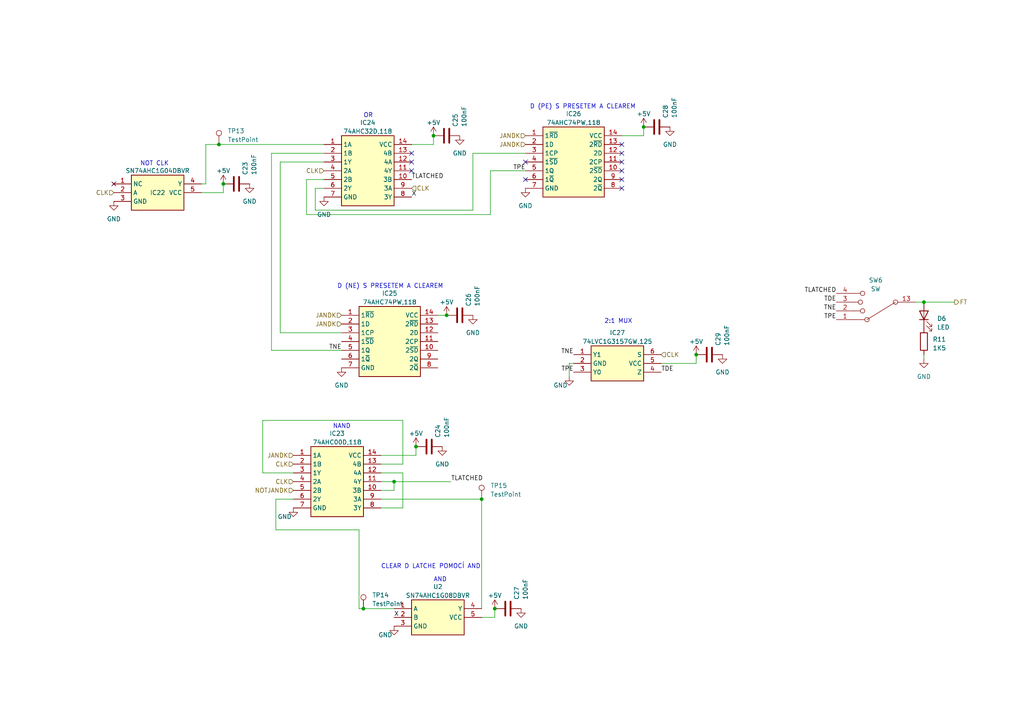
<source format=kicad_sch>
(kicad_sch
	(version 20231120)
	(generator "eeschema")
	(generator_version "8.0")
	(uuid "e438a524-8508-40eb-b599-eb1844d2a8bc")
	(paper "A4")
	(lib_symbols
		(symbol "AAAAAAAAAA:74AHC00D,118"
			(exclude_from_sim no)
			(in_bom yes)
			(on_board yes)
			(property "Reference" "IC"
				(at 21.59 7.62 0)
				(effects
					(font
						(size 1.27 1.27)
					)
					(justify left top)
				)
			)
			(property "Value" "74AHC00D,118"
				(at 21.59 5.08 0)
				(effects
					(font
						(size 1.27 1.27)
					)
					(justify left top)
				)
			)
			(property "Footprint" "SOIC127P600X175-14N"
				(at 21.59 -94.92 0)
				(effects
					(font
						(size 1.27 1.27)
					)
					(justify left top)
					(hide yes)
				)
			)
			(property "Datasheet" "https://assets.nexperia.com/documents/data-sheet/74AHC_AHCT00.pdf"
				(at 21.59 -194.92 0)
				(effects
					(font
						(size 1.27 1.27)
					)
					(justify left top)
					(hide yes)
				)
			)
			(property "Description" "74AHC(T)00 - Quad 2-input NAND gate@en-us"
				(at 0 0 0)
				(effects
					(font
						(size 1.27 1.27)
					)
					(hide yes)
				)
			)
			(property "Height" "1.75"
				(at 21.59 -394.92 0)
				(effects
					(font
						(size 1.27 1.27)
					)
					(justify left top)
					(hide yes)
				)
			)
			(property "TME Electronic Components Part Number" ""
				(at 21.59 -494.92 0)
				(effects
					(font
						(size 1.27 1.27)
					)
					(justify left top)
					(hide yes)
				)
			)
			(property "TME Electronic Components Price/Stock" ""
				(at 21.59 -594.92 0)
				(effects
					(font
						(size 1.27 1.27)
					)
					(justify left top)
					(hide yes)
				)
			)
			(property "Manufacturer_Name" "Nexperia"
				(at 21.59 -694.92 0)
				(effects
					(font
						(size 1.27 1.27)
					)
					(justify left top)
					(hide yes)
				)
			)
			(property "Manufacturer_Part_Number" "74AHC00D,118"
				(at 21.59 -794.92 0)
				(effects
					(font
						(size 1.27 1.27)
					)
					(justify left top)
					(hide yes)
				)
			)
			(symbol "74AHC00D,118_1_1"
				(rectangle
					(start 5.08 2.54)
					(end 20.32 -17.78)
					(stroke
						(width 0.254)
						(type default)
					)
					(fill
						(type background)
					)
				)
				(pin passive line
					(at 0 0 0)
					(length 5.08)
					(name "1A"
						(effects
							(font
								(size 1.27 1.27)
							)
						)
					)
					(number "1"
						(effects
							(font
								(size 1.27 1.27)
							)
						)
					)
				)
				(pin passive line
					(at 25.4 -10.16 180)
					(length 5.08)
					(name "3B"
						(effects
							(font
								(size 1.27 1.27)
							)
						)
					)
					(number "10"
						(effects
							(font
								(size 1.27 1.27)
							)
						)
					)
				)
				(pin passive line
					(at 25.4 -7.62 180)
					(length 5.08)
					(name "4Y"
						(effects
							(font
								(size 1.27 1.27)
							)
						)
					)
					(number "11"
						(effects
							(font
								(size 1.27 1.27)
							)
						)
					)
				)
				(pin passive line
					(at 25.4 -5.08 180)
					(length 5.08)
					(name "4A"
						(effects
							(font
								(size 1.27 1.27)
							)
						)
					)
					(number "12"
						(effects
							(font
								(size 1.27 1.27)
							)
						)
					)
				)
				(pin passive line
					(at 25.4 -2.54 180)
					(length 5.08)
					(name "4B"
						(effects
							(font
								(size 1.27 1.27)
							)
						)
					)
					(number "13"
						(effects
							(font
								(size 1.27 1.27)
							)
						)
					)
				)
				(pin passive line
					(at 25.4 0 180)
					(length 5.08)
					(name "VCC"
						(effects
							(font
								(size 1.27 1.27)
							)
						)
					)
					(number "14"
						(effects
							(font
								(size 1.27 1.27)
							)
						)
					)
				)
				(pin passive line
					(at 0 -2.54 0)
					(length 5.08)
					(name "1B"
						(effects
							(font
								(size 1.27 1.27)
							)
						)
					)
					(number "2"
						(effects
							(font
								(size 1.27 1.27)
							)
						)
					)
				)
				(pin passive line
					(at 0 -5.08 0)
					(length 5.08)
					(name "1Y"
						(effects
							(font
								(size 1.27 1.27)
							)
						)
					)
					(number "3"
						(effects
							(font
								(size 1.27 1.27)
							)
						)
					)
				)
				(pin passive line
					(at 0 -7.62 0)
					(length 5.08)
					(name "2A"
						(effects
							(font
								(size 1.27 1.27)
							)
						)
					)
					(number "4"
						(effects
							(font
								(size 1.27 1.27)
							)
						)
					)
				)
				(pin passive line
					(at 0 -10.16 0)
					(length 5.08)
					(name "2B"
						(effects
							(font
								(size 1.27 1.27)
							)
						)
					)
					(number "5"
						(effects
							(font
								(size 1.27 1.27)
							)
						)
					)
				)
				(pin passive line
					(at 0 -12.7 0)
					(length 5.08)
					(name "2Y"
						(effects
							(font
								(size 1.27 1.27)
							)
						)
					)
					(number "6"
						(effects
							(font
								(size 1.27 1.27)
							)
						)
					)
				)
				(pin passive line
					(at 0 -15.24 0)
					(length 5.08)
					(name "GND"
						(effects
							(font
								(size 1.27 1.27)
							)
						)
					)
					(number "7"
						(effects
							(font
								(size 1.27 1.27)
							)
						)
					)
				)
				(pin passive line
					(at 25.4 -15.24 180)
					(length 5.08)
					(name "3Y"
						(effects
							(font
								(size 1.27 1.27)
							)
						)
					)
					(number "8"
						(effects
							(font
								(size 1.27 1.27)
							)
						)
					)
				)
				(pin passive line
					(at 25.4 -12.7 180)
					(length 5.08)
					(name "3A"
						(effects
							(font
								(size 1.27 1.27)
							)
						)
					)
					(number "9"
						(effects
							(font
								(size 1.27 1.27)
							)
						)
					)
				)
			)
		)
		(symbol "AAAAAAAAAA:74AHC32D,118"
			(exclude_from_sim no)
			(in_bom yes)
			(on_board yes)
			(property "Reference" "IC"
				(at 21.59 7.62 0)
				(effects
					(font
						(size 1.27 1.27)
					)
					(justify left top)
				)
			)
			(property "Value" "74AHC32D,118"
				(at 21.59 5.08 0)
				(effects
					(font
						(size 1.27 1.27)
					)
					(justify left top)
				)
			)
			(property "Footprint" "SOIC127P600X175-14N"
				(at 21.59 -94.92 0)
				(effects
					(font
						(size 1.27 1.27)
					)
					(justify left top)
					(hide yes)
				)
			)
			(property "Datasheet" "https://assets.nexperia.com/documents/data-sheet/74AHC_AHCT32.pdf"
				(at 21.59 -194.92 0)
				(effects
					(font
						(size 1.27 1.27)
					)
					(justify left top)
					(hide yes)
				)
			)
			(property "Description" "74AHC(T)32 - Quad 2-input OR gate@en-us"
				(at 0 0 0)
				(effects
					(font
						(size 1.27 1.27)
					)
					(hide yes)
				)
			)
			(property "Height" "1.75"
				(at 21.59 -394.92 0)
				(effects
					(font
						(size 1.27 1.27)
					)
					(justify left top)
					(hide yes)
				)
			)
			(property "TME Electronic Components Part Number" ""
				(at 21.59 -494.92 0)
				(effects
					(font
						(size 1.27 1.27)
					)
					(justify left top)
					(hide yes)
				)
			)
			(property "TME Electronic Components Price/Stock" ""
				(at 21.59 -594.92 0)
				(effects
					(font
						(size 1.27 1.27)
					)
					(justify left top)
					(hide yes)
				)
			)
			(property "Manufacturer_Name" "Nexperia"
				(at 21.59 -694.92 0)
				(effects
					(font
						(size 1.27 1.27)
					)
					(justify left top)
					(hide yes)
				)
			)
			(property "Manufacturer_Part_Number" "74AHC32D,118"
				(at 21.59 -794.92 0)
				(effects
					(font
						(size 1.27 1.27)
					)
					(justify left top)
					(hide yes)
				)
			)
			(symbol "74AHC32D,118_1_1"
				(rectangle
					(start 5.08 2.54)
					(end 20.32 -17.78)
					(stroke
						(width 0.254)
						(type default)
					)
					(fill
						(type background)
					)
				)
				(pin passive line
					(at 0 0 0)
					(length 5.08)
					(name "1A"
						(effects
							(font
								(size 1.27 1.27)
							)
						)
					)
					(number "1"
						(effects
							(font
								(size 1.27 1.27)
							)
						)
					)
				)
				(pin passive line
					(at 25.4 -10.16 180)
					(length 5.08)
					(name "3B"
						(effects
							(font
								(size 1.27 1.27)
							)
						)
					)
					(number "10"
						(effects
							(font
								(size 1.27 1.27)
							)
						)
					)
				)
				(pin passive line
					(at 25.4 -7.62 180)
					(length 5.08)
					(name "4Y"
						(effects
							(font
								(size 1.27 1.27)
							)
						)
					)
					(number "11"
						(effects
							(font
								(size 1.27 1.27)
							)
						)
					)
				)
				(pin passive line
					(at 25.4 -5.08 180)
					(length 5.08)
					(name "4A"
						(effects
							(font
								(size 1.27 1.27)
							)
						)
					)
					(number "12"
						(effects
							(font
								(size 1.27 1.27)
							)
						)
					)
				)
				(pin passive line
					(at 25.4 -2.54 180)
					(length 5.08)
					(name "4B"
						(effects
							(font
								(size 1.27 1.27)
							)
						)
					)
					(number "13"
						(effects
							(font
								(size 1.27 1.27)
							)
						)
					)
				)
				(pin passive line
					(at 25.4 0 180)
					(length 5.08)
					(name "VCC"
						(effects
							(font
								(size 1.27 1.27)
							)
						)
					)
					(number "14"
						(effects
							(font
								(size 1.27 1.27)
							)
						)
					)
				)
				(pin passive line
					(at 0 -2.54 0)
					(length 5.08)
					(name "1B"
						(effects
							(font
								(size 1.27 1.27)
							)
						)
					)
					(number "2"
						(effects
							(font
								(size 1.27 1.27)
							)
						)
					)
				)
				(pin passive line
					(at 0 -5.08 0)
					(length 5.08)
					(name "1Y"
						(effects
							(font
								(size 1.27 1.27)
							)
						)
					)
					(number "3"
						(effects
							(font
								(size 1.27 1.27)
							)
						)
					)
				)
				(pin passive line
					(at 0 -7.62 0)
					(length 5.08)
					(name "2A"
						(effects
							(font
								(size 1.27 1.27)
							)
						)
					)
					(number "4"
						(effects
							(font
								(size 1.27 1.27)
							)
						)
					)
				)
				(pin passive line
					(at 0 -10.16 0)
					(length 5.08)
					(name "2B"
						(effects
							(font
								(size 1.27 1.27)
							)
						)
					)
					(number "5"
						(effects
							(font
								(size 1.27 1.27)
							)
						)
					)
				)
				(pin passive line
					(at 0 -12.7 0)
					(length 5.08)
					(name "2Y"
						(effects
							(font
								(size 1.27 1.27)
							)
						)
					)
					(number "6"
						(effects
							(font
								(size 1.27 1.27)
							)
						)
					)
				)
				(pin passive line
					(at 0 -15.24 0)
					(length 5.08)
					(name "GND"
						(effects
							(font
								(size 1.27 1.27)
							)
						)
					)
					(number "7"
						(effects
							(font
								(size 1.27 1.27)
							)
						)
					)
				)
				(pin passive line
					(at 25.4 -15.24 180)
					(length 5.08)
					(name "3Y"
						(effects
							(font
								(size 1.27 1.27)
							)
						)
					)
					(number "8"
						(effects
							(font
								(size 1.27 1.27)
							)
						)
					)
				)
				(pin passive line
					(at 25.4 -12.7 180)
					(length 5.08)
					(name "3A"
						(effects
							(font
								(size 1.27 1.27)
							)
						)
					)
					(number "9"
						(effects
							(font
								(size 1.27 1.27)
							)
						)
					)
				)
			)
		)
		(symbol "AAAAAAAAAA:74AHC74PW,118"
			(exclude_from_sim no)
			(in_bom yes)
			(on_board yes)
			(property "Reference" "IC"
				(at 24.13 7.62 0)
				(effects
					(font
						(size 1.27 1.27)
					)
					(justify left top)
				)
			)
			(property "Value" "74AHC74PW,118"
				(at 24.13 5.08 0)
				(effects
					(font
						(size 1.27 1.27)
					)
					(justify left top)
				)
			)
			(property "Footprint" "SOP65P640X110-14N"
				(at 24.13 -94.92 0)
				(effects
					(font
						(size 1.27 1.27)
					)
					(justify left top)
					(hide yes)
				)
			)
			(property "Datasheet" "https://assets.nexperia.com/documents/data-sheet/74AHC_AHCT74.pdf"
				(at 24.13 -194.92 0)
				(effects
					(font
						(size 1.27 1.27)
					)
					(justify left top)
					(hide yes)
				)
			)
			(property "Description" "74AHC(T)74 - Dual D-type flip-flop with set and reset; positive-edge trigger@en-us"
				(at 0 0 0)
				(effects
					(font
						(size 1.27 1.27)
					)
					(hide yes)
				)
			)
			(property "Height" "1.1"
				(at 24.13 -394.92 0)
				(effects
					(font
						(size 1.27 1.27)
					)
					(justify left top)
					(hide yes)
				)
			)
			(property "TME Electronic Components Part Number" ""
				(at 24.13 -494.92 0)
				(effects
					(font
						(size 1.27 1.27)
					)
					(justify left top)
					(hide yes)
				)
			)
			(property "TME Electronic Components Price/Stock" ""
				(at 24.13 -594.92 0)
				(effects
					(font
						(size 1.27 1.27)
					)
					(justify left top)
					(hide yes)
				)
			)
			(property "Manufacturer_Name" "Nexperia"
				(at 24.13 -694.92 0)
				(effects
					(font
						(size 1.27 1.27)
					)
					(justify left top)
					(hide yes)
				)
			)
			(property "Manufacturer_Part_Number" "74AHC74PW,118"
				(at 24.13 -794.92 0)
				(effects
					(font
						(size 1.27 1.27)
					)
					(justify left top)
					(hide yes)
				)
			)
			(symbol "74AHC74PW,118_1_1"
				(rectangle
					(start 5.08 2.54)
					(end 22.86 -17.78)
					(stroke
						(width 0.254)
						(type default)
					)
					(fill
						(type background)
					)
				)
				(pin passive line
					(at 0 0 0)
					(length 5.08)
					(name "1~{RD}"
						(effects
							(font
								(size 1.27 1.27)
							)
						)
					)
					(number "1"
						(effects
							(font
								(size 1.27 1.27)
							)
						)
					)
				)
				(pin passive line
					(at 27.94 -10.16 180)
					(length 5.08)
					(name "2~{SD}"
						(effects
							(font
								(size 1.27 1.27)
							)
						)
					)
					(number "10"
						(effects
							(font
								(size 1.27 1.27)
							)
						)
					)
				)
				(pin passive line
					(at 27.94 -7.62 180)
					(length 5.08)
					(name "2CP"
						(effects
							(font
								(size 1.27 1.27)
							)
						)
					)
					(number "11"
						(effects
							(font
								(size 1.27 1.27)
							)
						)
					)
				)
				(pin passive line
					(at 27.94 -5.08 180)
					(length 5.08)
					(name "2D"
						(effects
							(font
								(size 1.27 1.27)
							)
						)
					)
					(number "12"
						(effects
							(font
								(size 1.27 1.27)
							)
						)
					)
				)
				(pin passive line
					(at 27.94 -2.54 180)
					(length 5.08)
					(name "2~{RD}"
						(effects
							(font
								(size 1.27 1.27)
							)
						)
					)
					(number "13"
						(effects
							(font
								(size 1.27 1.27)
							)
						)
					)
				)
				(pin passive line
					(at 27.94 0 180)
					(length 5.08)
					(name "VCC"
						(effects
							(font
								(size 1.27 1.27)
							)
						)
					)
					(number "14"
						(effects
							(font
								(size 1.27 1.27)
							)
						)
					)
				)
				(pin passive line
					(at 0 -2.54 0)
					(length 5.08)
					(name "1D"
						(effects
							(font
								(size 1.27 1.27)
							)
						)
					)
					(number "2"
						(effects
							(font
								(size 1.27 1.27)
							)
						)
					)
				)
				(pin passive line
					(at 0 -5.08 0)
					(length 5.08)
					(name "1CP"
						(effects
							(font
								(size 1.27 1.27)
							)
						)
					)
					(number "3"
						(effects
							(font
								(size 1.27 1.27)
							)
						)
					)
				)
				(pin passive line
					(at 0 -7.62 0)
					(length 5.08)
					(name "1~{SD}"
						(effects
							(font
								(size 1.27 1.27)
							)
						)
					)
					(number "4"
						(effects
							(font
								(size 1.27 1.27)
							)
						)
					)
				)
				(pin passive line
					(at 0 -10.16 0)
					(length 5.08)
					(name "1Q"
						(effects
							(font
								(size 1.27 1.27)
							)
						)
					)
					(number "5"
						(effects
							(font
								(size 1.27 1.27)
							)
						)
					)
				)
				(pin passive line
					(at 0 -12.7 0)
					(length 5.08)
					(name "1~{Q}"
						(effects
							(font
								(size 1.27 1.27)
							)
						)
					)
					(number "6"
						(effects
							(font
								(size 1.27 1.27)
							)
						)
					)
				)
				(pin passive line
					(at 0 -15.24 0)
					(length 5.08)
					(name "GND"
						(effects
							(font
								(size 1.27 1.27)
							)
						)
					)
					(number "7"
						(effects
							(font
								(size 1.27 1.27)
							)
						)
					)
				)
				(pin passive line
					(at 27.94 -15.24 180)
					(length 5.08)
					(name "2~{Q}"
						(effects
							(font
								(size 1.27 1.27)
							)
						)
					)
					(number "8"
						(effects
							(font
								(size 1.27 1.27)
							)
						)
					)
				)
				(pin passive line
					(at 27.94 -12.7 180)
					(length 5.08)
					(name "2Q"
						(effects
							(font
								(size 1.27 1.27)
							)
						)
					)
					(number "9"
						(effects
							(font
								(size 1.27 1.27)
							)
						)
					)
				)
			)
		)
		(symbol "AAAAAAAAAA:74LVC1G3157GW,125"
			(exclude_from_sim no)
			(in_bom yes)
			(on_board yes)
			(property "Reference" "IC"
				(at 21.59 7.62 0)
				(effects
					(font
						(size 1.27 1.27)
					)
					(justify left top)
				)
			)
			(property "Value" "74LVC1G3157GW,125"
				(at 21.59 5.08 0)
				(effects
					(font
						(size 1.27 1.27)
					)
					(justify left top)
				)
			)
			(property "Footprint" "74LVC1G3157GW125"
				(at 21.59 -94.92 0)
				(effects
					(font
						(size 1.27 1.27)
					)
					(justify left top)
					(hide yes)
				)
			)
			(property "Datasheet" "https://assets.nexperia.com/documents/data-sheet/74LVC1G3157.pdf"
				(at 21.59 -194.92 0)
				(effects
					(font
						(size 1.27 1.27)
					)
					(justify left top)
					(hide yes)
				)
			)
			(property "Description" "Nexperia 74LVC1G3157GW,125, Multiplexer Single 2:1, 3.3 V, 6-Pin TSSOP"
				(at 0 0 0)
				(effects
					(font
						(size 1.27 1.27)
					)
					(hide yes)
				)
			)
			(property "Height" "1.1"
				(at 21.59 -394.92 0)
				(effects
					(font
						(size 1.27 1.27)
					)
					(justify left top)
					(hide yes)
				)
			)
			(property "TME Electronic Components Part Number" ""
				(at 21.59 -494.92 0)
				(effects
					(font
						(size 1.27 1.27)
					)
					(justify left top)
					(hide yes)
				)
			)
			(property "TME Electronic Components Price/Stock" ""
				(at 21.59 -594.92 0)
				(effects
					(font
						(size 1.27 1.27)
					)
					(justify left top)
					(hide yes)
				)
			)
			(property "Manufacturer_Name" "Nexperia"
				(at 21.59 -694.92 0)
				(effects
					(font
						(size 1.27 1.27)
					)
					(justify left top)
					(hide yes)
				)
			)
			(property "Manufacturer_Part_Number" "74LVC1G3157GW,125"
				(at 21.59 -794.92 0)
				(effects
					(font
						(size 1.27 1.27)
					)
					(justify left top)
					(hide yes)
				)
			)
			(symbol "74LVC1G3157GW,125_1_1"
				(rectangle
					(start 5.08 2.54)
					(end 20.32 -7.62)
					(stroke
						(width 0.254)
						(type default)
					)
					(fill
						(type background)
					)
				)
				(pin passive line
					(at 0 0 0)
					(length 5.08)
					(name "Y1"
						(effects
							(font
								(size 1.27 1.27)
							)
						)
					)
					(number "1"
						(effects
							(font
								(size 1.27 1.27)
							)
						)
					)
				)
				(pin passive line
					(at 0 -2.54 0)
					(length 5.08)
					(name "GND"
						(effects
							(font
								(size 1.27 1.27)
							)
						)
					)
					(number "2"
						(effects
							(font
								(size 1.27 1.27)
							)
						)
					)
				)
				(pin passive line
					(at 0 -5.08 0)
					(length 5.08)
					(name "Y0"
						(effects
							(font
								(size 1.27 1.27)
							)
						)
					)
					(number "3"
						(effects
							(font
								(size 1.27 1.27)
							)
						)
					)
				)
				(pin passive line
					(at 25.4 -5.08 180)
					(length 5.08)
					(name "Z"
						(effects
							(font
								(size 1.27 1.27)
							)
						)
					)
					(number "4"
						(effects
							(font
								(size 1.27 1.27)
							)
						)
					)
				)
				(pin passive line
					(at 25.4 -2.54 180)
					(length 5.08)
					(name "VCC"
						(effects
							(font
								(size 1.27 1.27)
							)
						)
					)
					(number "5"
						(effects
							(font
								(size 1.27 1.27)
							)
						)
					)
				)
				(pin passive line
					(at 25.4 0 180)
					(length 5.08)
					(name "S"
						(effects
							(font
								(size 1.27 1.27)
							)
						)
					)
					(number "6"
						(effects
							(font
								(size 1.27 1.27)
							)
						)
					)
				)
			)
		)
		(symbol "AAAAAAAAAA:SN74AHC1G04DBVR"
			(exclude_from_sim no)
			(in_bom yes)
			(on_board yes)
			(property "Reference" "IC"
				(at 21.59 7.62 0)
				(effects
					(font
						(size 1.27 1.27)
					)
					(justify left top)
				)
			)
			(property "Value" "SN74AHC1G04DBVR"
				(at 21.59 5.08 0)
				(effects
					(font
						(size 1.27 1.27)
					)
					(justify left top)
				)
			)
			(property "Footprint" "SOT95P280X145-5N"
				(at 21.59 -94.92 0)
				(effects
					(font
						(size 1.27 1.27)
					)
					(justify left top)
					(hide yes)
				)
			)
			(property "Datasheet" "https://datasheet.datasheetarchive.com/originals/distributors/SFDatasheet-6/sf-000129664.pdf"
				(at 21.59 -194.92 0)
				(effects
					(font
						(size 1.27 1.27)
					)
					(justify left top)
					(hide yes)
				)
			)
			(property "Description" "SN74AHC1G04 Single Schmitt-Trigger Inverter Gate"
				(at 0 0 0)
				(effects
					(font
						(size 1.27 1.27)
					)
					(hide yes)
				)
			)
			(property "Height" "1.45"
				(at 21.59 -394.92 0)
				(effects
					(font
						(size 1.27 1.27)
					)
					(justify left top)
					(hide yes)
				)
			)
			(property "TME Electronic Components Part Number" ""
				(at 21.59 -494.92 0)
				(effects
					(font
						(size 1.27 1.27)
					)
					(justify left top)
					(hide yes)
				)
			)
			(property "TME Electronic Components Price/Stock" ""
				(at 21.59 -594.92 0)
				(effects
					(font
						(size 1.27 1.27)
					)
					(justify left top)
					(hide yes)
				)
			)
			(property "Manufacturer_Name" "Texas Instruments"
				(at 21.59 -694.92 0)
				(effects
					(font
						(size 1.27 1.27)
					)
					(justify left top)
					(hide yes)
				)
			)
			(property "Manufacturer_Part_Number" "SN74AHC1G04DBVR"
				(at 21.59 -794.92 0)
				(effects
					(font
						(size 1.27 1.27)
					)
					(justify left top)
					(hide yes)
				)
			)
			(symbol "SN74AHC1G04DBVR_1_1"
				(rectangle
					(start 5.08 2.54)
					(end 20.32 -7.62)
					(stroke
						(width 0.254)
						(type default)
					)
					(fill
						(type background)
					)
				)
				(pin no_connect line
					(at 0 0 0)
					(length 5.08)
					(name "NC"
						(effects
							(font
								(size 1.27 1.27)
							)
						)
					)
					(number "1"
						(effects
							(font
								(size 1.27 1.27)
							)
						)
					)
				)
				(pin passive line
					(at 0 -2.54 0)
					(length 5.08)
					(name "A"
						(effects
							(font
								(size 1.27 1.27)
							)
						)
					)
					(number "2"
						(effects
							(font
								(size 1.27 1.27)
							)
						)
					)
				)
				(pin power_in line
					(at 0 -5.08 0)
					(length 5.08)
					(name "GND"
						(effects
							(font
								(size 1.27 1.27)
							)
						)
					)
					(number "3"
						(effects
							(font
								(size 1.27 1.27)
							)
						)
					)
				)
				(pin passive line
					(at 25.4 0 180)
					(length 5.08)
					(name "Y"
						(effects
							(font
								(size 1.27 1.27)
							)
						)
					)
					(number "4"
						(effects
							(font
								(size 1.27 1.27)
							)
						)
					)
				)
				(pin power_in line
					(at 25.4 -2.54 180)
					(length 5.08)
					(name "VCC"
						(effects
							(font
								(size 1.27 1.27)
							)
						)
					)
					(number "5"
						(effects
							(font
								(size 1.27 1.27)
							)
						)
					)
				)
			)
		)
		(symbol "AAAAAAAAAA:SN74AHC1G08DBVR"
			(exclude_from_sim no)
			(in_bom yes)
			(on_board yes)
			(property "Reference" "U"
				(at 21.59 7.62 0)
				(effects
					(font
						(size 1.27 1.27)
					)
					(justify left top)
				)
			)
			(property "Value" "SN74AHC1G08DBVR"
				(at 21.59 5.08 0)
				(effects
					(font
						(size 1.27 1.27)
					)
					(justify left top)
				)
			)
			(property "Footprint" "SOT95P280X145-5N"
				(at 21.59 -94.92 0)
				(effects
					(font
						(size 1.27 1.27)
					)
					(justify left top)
					(hide yes)
				)
			)
			(property "Datasheet" "http://www.ti.com/general/docs/lit/getliterature.tsp?genericPartNumber=SN74AHC1G08&&fileType=pdf"
				(at 21.59 -194.92 0)
				(effects
					(font
						(size 1.27 1.27)
					)
					(justify left top)
					(hide yes)
				)
			)
			(property "Description" "Texas Instruments SN74AHC1G08DBVR, 2-Input AND Logic Gate, 2  5.5 V, 5-Pin SOT-23"
				(at 0 0 0)
				(effects
					(font
						(size 1.27 1.27)
					)
					(hide yes)
				)
			)
			(property "Height" "1.45"
				(at 21.59 -394.92 0)
				(effects
					(font
						(size 1.27 1.27)
					)
					(justify left top)
					(hide yes)
				)
			)
			(property "TME Electronic Components Part Number" ""
				(at 21.59 -494.92 0)
				(effects
					(font
						(size 1.27 1.27)
					)
					(justify left top)
					(hide yes)
				)
			)
			(property "TME Electronic Components Price/Stock" ""
				(at 21.59 -594.92 0)
				(effects
					(font
						(size 1.27 1.27)
					)
					(justify left top)
					(hide yes)
				)
			)
			(property "Manufacturer_Name" "Texas Instruments"
				(at 21.59 -694.92 0)
				(effects
					(font
						(size 1.27 1.27)
					)
					(justify left top)
					(hide yes)
				)
			)
			(property "Manufacturer_Part_Number" "SN74AHC1G08DBVR"
				(at 21.59 -794.92 0)
				(effects
					(font
						(size 1.27 1.27)
					)
					(justify left top)
					(hide yes)
				)
			)
			(symbol "SN74AHC1G08DBVR_1_1"
				(rectangle
					(start 5.08 2.54)
					(end 20.32 -7.62)
					(stroke
						(width 0.254)
						(type default)
					)
					(fill
						(type background)
					)
				)
				(pin passive line
					(at 0 0 0)
					(length 5.08)
					(name "A"
						(effects
							(font
								(size 1.27 1.27)
							)
						)
					)
					(number "1"
						(effects
							(font
								(size 1.27 1.27)
							)
						)
					)
				)
				(pin passive line
					(at 0 -2.54 0)
					(length 5.08)
					(name "B"
						(effects
							(font
								(size 1.27 1.27)
							)
						)
					)
					(number "2"
						(effects
							(font
								(size 1.27 1.27)
							)
						)
					)
				)
				(pin passive line
					(at 0 -5.08 0)
					(length 5.08)
					(name "GND"
						(effects
							(font
								(size 1.27 1.27)
							)
						)
					)
					(number "3"
						(effects
							(font
								(size 1.27 1.27)
							)
						)
					)
				)
				(pin passive line
					(at 25.4 0 180)
					(length 5.08)
					(name "Y"
						(effects
							(font
								(size 1.27 1.27)
							)
						)
					)
					(number "4"
						(effects
							(font
								(size 1.27 1.27)
							)
						)
					)
				)
				(pin passive line
					(at 25.4 -2.54 180)
					(length 5.08)
					(name "VCC"
						(effects
							(font
								(size 1.27 1.27)
							)
						)
					)
					(number "5"
						(effects
							(font
								(size 1.27 1.27)
							)
						)
					)
				)
			)
		)
		(symbol "AAAAAAAAAA:SWITCH_ON-ON-ON-ON"
			(pin_names
				(offset 1.016) hide)
			(exclude_from_sim no)
			(in_bom yes)
			(on_board yes)
			(property "Reference" "SW"
				(at 0 20.32 0)
				(effects
					(font
						(size 1.27 1.27)
					)
				)
			)
			(property "Value" "SW_Rotary3x4"
				(at 1.27 7.62 0)
				(effects
					(font
						(size 1.27 1.27)
					)
				)
			)
			(property "Footprint" ""
				(at -2.54 20.32 0)
				(effects
					(font
						(size 1.27 1.27)
					)
					(hide yes)
				)
			)
			(property "Datasheet" "ON-ON-ON-ON"
				(at -2.54 20.32 0)
				(effects
					(font
						(size 1.27 1.27)
					)
					(hide yes)
				)
			)
			(property "Description" "3 rotary switches with 4 positions"
				(at 0 0 0)
				(effects
					(font
						(size 1.27 1.27)
					)
					(hide yes)
				)
			)
			(property "ki_keywords" "rotary switch"
				(at 0 0 0)
				(effects
					(font
						(size 1.27 1.27)
					)
					(hide yes)
				)
			)
			(symbol "SWITCH_ON-ON-ON-ON_0_0"
				(circle
					(center -4.445 12.7)
					(radius 0.635)
					(stroke
						(width 0)
						(type default)
					)
					(fill
						(type none)
					)
				)
				(polyline
					(pts
						(xy -4.445 12.7) (xy 3.81 17.78)
					)
					(stroke
						(width 0)
						(type default)
					)
					(fill
						(type none)
					)
				)
				(polyline
					(pts
						(xy 4.445 17.78) (xy 7.62 17.78)
					)
					(stroke
						(width 0)
						(type default)
					)
					(fill
						(type none)
					)
				)
				(polyline
					(pts
						(xy 5.715 10.16) (xy 7.62 10.16)
					)
					(stroke
						(width 0)
						(type default)
					)
					(fill
						(type none)
					)
				)
				(polyline
					(pts
						(xy 5.715 15.24) (xy 7.62 15.24)
					)
					(stroke
						(width 0)
						(type default)
					)
					(fill
						(type none)
					)
				)
				(polyline
					(pts
						(xy 6.35 12.7) (xy 7.62 12.7)
					)
					(stroke
						(width 0)
						(type default)
					)
					(fill
						(type none)
					)
				)
				(circle
					(center 3.81 17.78)
					(radius 0.635)
					(stroke
						(width 0)
						(type default)
					)
					(fill
						(type none)
					)
				)
				(circle
					(center 5.08 10.16)
					(radius 0.635)
					(stroke
						(width 0)
						(type default)
					)
					(fill
						(type none)
					)
				)
				(circle
					(center 5.08 15.24)
					(radius 0.635)
					(stroke
						(width 0)
						(type default)
					)
					(fill
						(type none)
					)
				)
				(circle
					(center 5.715 12.7)
					(radius 0.635)
					(stroke
						(width 0)
						(type default)
					)
					(fill
						(type none)
					)
				)
			)
			(symbol "SWITCH_ON-ON-ON-ON_0_1"
				(pin passive line
					(at 12.7 17.78 180)
					(length 5.08)
					(name "1"
						(effects
							(font
								(size 1.27 1.27)
							)
						)
					)
					(number "1"
						(effects
							(font
								(size 1.27 1.27)
							)
						)
					)
				)
				(pin passive line
					(at -10.16 12.7 0)
					(length 5.08)
					(name "13"
						(effects
							(font
								(size 1.27 1.27)
							)
						)
					)
					(number "13"
						(effects
							(font
								(size 1.27 1.27)
							)
						)
					)
				)
				(pin passive line
					(at 12.7 15.24 180)
					(length 5.08)
					(name "2"
						(effects
							(font
								(size 1.27 1.27)
							)
						)
					)
					(number "2"
						(effects
							(font
								(size 1.27 1.27)
							)
						)
					)
				)
				(pin passive line
					(at 12.7 12.7 180)
					(length 5.08)
					(name "3"
						(effects
							(font
								(size 1.27 1.27)
							)
						)
					)
					(number "3"
						(effects
							(font
								(size 1.27 1.27)
							)
						)
					)
				)
				(pin passive line
					(at 12.7 10.16 180)
					(length 5.08)
					(name "4"
						(effects
							(font
								(size 1.27 1.27)
							)
						)
					)
					(number "4"
						(effects
							(font
								(size 1.27 1.27)
							)
						)
					)
				)
			)
		)
		(symbol "Connector:TestPoint"
			(pin_numbers hide)
			(pin_names
				(offset 0.762) hide)
			(exclude_from_sim no)
			(in_bom yes)
			(on_board yes)
			(property "Reference" "TP"
				(at 0 6.858 0)
				(effects
					(font
						(size 1.27 1.27)
					)
				)
			)
			(property "Value" "TestPoint"
				(at 0 5.08 0)
				(effects
					(font
						(size 1.27 1.27)
					)
				)
			)
			(property "Footprint" ""
				(at 5.08 0 0)
				(effects
					(font
						(size 1.27 1.27)
					)
					(hide yes)
				)
			)
			(property "Datasheet" "~"
				(at 5.08 0 0)
				(effects
					(font
						(size 1.27 1.27)
					)
					(hide yes)
				)
			)
			(property "Description" "test point"
				(at 0 0 0)
				(effects
					(font
						(size 1.27 1.27)
					)
					(hide yes)
				)
			)
			(property "ki_keywords" "test point tp"
				(at 0 0 0)
				(effects
					(font
						(size 1.27 1.27)
					)
					(hide yes)
				)
			)
			(property "ki_fp_filters" "Pin* Test*"
				(at 0 0 0)
				(effects
					(font
						(size 1.27 1.27)
					)
					(hide yes)
				)
			)
			(symbol "TestPoint_0_1"
				(circle
					(center 0 3.302)
					(radius 0.762)
					(stroke
						(width 0)
						(type default)
					)
					(fill
						(type none)
					)
				)
			)
			(symbol "TestPoint_1_1"
				(pin passive line
					(at 0 0 90)
					(length 2.54)
					(name "1"
						(effects
							(font
								(size 1.27 1.27)
							)
						)
					)
					(number "1"
						(effects
							(font
								(size 1.27 1.27)
							)
						)
					)
				)
			)
		)
		(symbol "Device:C"
			(pin_numbers hide)
			(pin_names
				(offset 0.254)
			)
			(exclude_from_sim no)
			(in_bom yes)
			(on_board yes)
			(property "Reference" "C"
				(at 0.635 2.54 0)
				(effects
					(font
						(size 1.27 1.27)
					)
					(justify left)
				)
			)
			(property "Value" "C"
				(at 0.635 -2.54 0)
				(effects
					(font
						(size 1.27 1.27)
					)
					(justify left)
				)
			)
			(property "Footprint" ""
				(at 0.9652 -3.81 0)
				(effects
					(font
						(size 1.27 1.27)
					)
					(hide yes)
				)
			)
			(property "Datasheet" "~"
				(at 0 0 0)
				(effects
					(font
						(size 1.27 1.27)
					)
					(hide yes)
				)
			)
			(property "Description" "Unpolarized capacitor"
				(at 0 0 0)
				(effects
					(font
						(size 1.27 1.27)
					)
					(hide yes)
				)
			)
			(property "ki_keywords" "cap capacitor"
				(at 0 0 0)
				(effects
					(font
						(size 1.27 1.27)
					)
					(hide yes)
				)
			)
			(property "ki_fp_filters" "C_*"
				(at 0 0 0)
				(effects
					(font
						(size 1.27 1.27)
					)
					(hide yes)
				)
			)
			(symbol "C_0_1"
				(polyline
					(pts
						(xy -2.032 -0.762) (xy 2.032 -0.762)
					)
					(stroke
						(width 0.508)
						(type default)
					)
					(fill
						(type none)
					)
				)
				(polyline
					(pts
						(xy -2.032 0.762) (xy 2.032 0.762)
					)
					(stroke
						(width 0.508)
						(type default)
					)
					(fill
						(type none)
					)
				)
			)
			(symbol "C_1_1"
				(pin passive line
					(at 0 3.81 270)
					(length 2.794)
					(name "~"
						(effects
							(font
								(size 1.27 1.27)
							)
						)
					)
					(number "1"
						(effects
							(font
								(size 1.27 1.27)
							)
						)
					)
				)
				(pin passive line
					(at 0 -3.81 90)
					(length 2.794)
					(name "~"
						(effects
							(font
								(size 1.27 1.27)
							)
						)
					)
					(number "2"
						(effects
							(font
								(size 1.27 1.27)
							)
						)
					)
				)
			)
		)
		(symbol "Device:LED"
			(pin_numbers hide)
			(pin_names
				(offset 1.016) hide)
			(exclude_from_sim no)
			(in_bom yes)
			(on_board yes)
			(property "Reference" "D"
				(at 0 2.54 0)
				(effects
					(font
						(size 1.27 1.27)
					)
				)
			)
			(property "Value" "LED"
				(at 0 -2.54 0)
				(effects
					(font
						(size 1.27 1.27)
					)
				)
			)
			(property "Footprint" ""
				(at 0 0 0)
				(effects
					(font
						(size 1.27 1.27)
					)
					(hide yes)
				)
			)
			(property "Datasheet" "~"
				(at 0 0 0)
				(effects
					(font
						(size 1.27 1.27)
					)
					(hide yes)
				)
			)
			(property "Description" "Light emitting diode"
				(at 0 0 0)
				(effects
					(font
						(size 1.27 1.27)
					)
					(hide yes)
				)
			)
			(property "ki_keywords" "LED diode"
				(at 0 0 0)
				(effects
					(font
						(size 1.27 1.27)
					)
					(hide yes)
				)
			)
			(property "ki_fp_filters" "LED* LED_SMD:* LED_THT:*"
				(at 0 0 0)
				(effects
					(font
						(size 1.27 1.27)
					)
					(hide yes)
				)
			)
			(symbol "LED_0_1"
				(polyline
					(pts
						(xy -1.27 -1.27) (xy -1.27 1.27)
					)
					(stroke
						(width 0.254)
						(type default)
					)
					(fill
						(type none)
					)
				)
				(polyline
					(pts
						(xy -1.27 0) (xy 1.27 0)
					)
					(stroke
						(width 0)
						(type default)
					)
					(fill
						(type none)
					)
				)
				(polyline
					(pts
						(xy 1.27 -1.27) (xy 1.27 1.27) (xy -1.27 0) (xy 1.27 -1.27)
					)
					(stroke
						(width 0.254)
						(type default)
					)
					(fill
						(type none)
					)
				)
				(polyline
					(pts
						(xy -3.048 -0.762) (xy -4.572 -2.286) (xy -3.81 -2.286) (xy -4.572 -2.286) (xy -4.572 -1.524)
					)
					(stroke
						(width 0)
						(type default)
					)
					(fill
						(type none)
					)
				)
				(polyline
					(pts
						(xy -1.778 -0.762) (xy -3.302 -2.286) (xy -2.54 -2.286) (xy -3.302 -2.286) (xy -3.302 -1.524)
					)
					(stroke
						(width 0)
						(type default)
					)
					(fill
						(type none)
					)
				)
			)
			(symbol "LED_1_1"
				(pin passive line
					(at -3.81 0 0)
					(length 2.54)
					(name "K"
						(effects
							(font
								(size 1.27 1.27)
							)
						)
					)
					(number "1"
						(effects
							(font
								(size 1.27 1.27)
							)
						)
					)
				)
				(pin passive line
					(at 3.81 0 180)
					(length 2.54)
					(name "A"
						(effects
							(font
								(size 1.27 1.27)
							)
						)
					)
					(number "2"
						(effects
							(font
								(size 1.27 1.27)
							)
						)
					)
				)
			)
		)
		(symbol "Device:R"
			(pin_numbers hide)
			(pin_names
				(offset 0)
			)
			(exclude_from_sim no)
			(in_bom yes)
			(on_board yes)
			(property "Reference" "R"
				(at 2.032 0 90)
				(effects
					(font
						(size 1.27 1.27)
					)
				)
			)
			(property "Value" "R"
				(at 0 0 90)
				(effects
					(font
						(size 1.27 1.27)
					)
				)
			)
			(property "Footprint" ""
				(at -1.778 0 90)
				(effects
					(font
						(size 1.27 1.27)
					)
					(hide yes)
				)
			)
			(property "Datasheet" "~"
				(at 0 0 0)
				(effects
					(font
						(size 1.27 1.27)
					)
					(hide yes)
				)
			)
			(property "Description" "Resistor"
				(at 0 0 0)
				(effects
					(font
						(size 1.27 1.27)
					)
					(hide yes)
				)
			)
			(property "ki_keywords" "R res resistor"
				(at 0 0 0)
				(effects
					(font
						(size 1.27 1.27)
					)
					(hide yes)
				)
			)
			(property "ki_fp_filters" "R_*"
				(at 0 0 0)
				(effects
					(font
						(size 1.27 1.27)
					)
					(hide yes)
				)
			)
			(symbol "R_0_1"
				(rectangle
					(start -1.016 -2.54)
					(end 1.016 2.54)
					(stroke
						(width 0.254)
						(type default)
					)
					(fill
						(type none)
					)
				)
			)
			(symbol "R_1_1"
				(pin passive line
					(at 0 3.81 270)
					(length 1.27)
					(name "~"
						(effects
							(font
								(size 1.27 1.27)
							)
						)
					)
					(number "1"
						(effects
							(font
								(size 1.27 1.27)
							)
						)
					)
				)
				(pin passive line
					(at 0 -3.81 90)
					(length 1.27)
					(name "~"
						(effects
							(font
								(size 1.27 1.27)
							)
						)
					)
					(number "2"
						(effects
							(font
								(size 1.27 1.27)
							)
						)
					)
				)
			)
		)
		(symbol "power:+5V"
			(power)
			(pin_names
				(offset 0)
			)
			(exclude_from_sim no)
			(in_bom yes)
			(on_board yes)
			(property "Reference" "#PWR"
				(at 0 -3.81 0)
				(effects
					(font
						(size 1.27 1.27)
					)
					(hide yes)
				)
			)
			(property "Value" "+5V"
				(at 0 3.556 0)
				(effects
					(font
						(size 1.27 1.27)
					)
				)
			)
			(property "Footprint" ""
				(at 0 0 0)
				(effects
					(font
						(size 1.27 1.27)
					)
					(hide yes)
				)
			)
			(property "Datasheet" ""
				(at 0 0 0)
				(effects
					(font
						(size 1.27 1.27)
					)
					(hide yes)
				)
			)
			(property "Description" "Power symbol creates a global label with name \"+5V\""
				(at 0 0 0)
				(effects
					(font
						(size 1.27 1.27)
					)
					(hide yes)
				)
			)
			(property "ki_keywords" "global power"
				(at 0 0 0)
				(effects
					(font
						(size 1.27 1.27)
					)
					(hide yes)
				)
			)
			(symbol "+5V_0_1"
				(polyline
					(pts
						(xy -0.762 1.27) (xy 0 2.54)
					)
					(stroke
						(width 0)
						(type default)
					)
					(fill
						(type none)
					)
				)
				(polyline
					(pts
						(xy 0 0) (xy 0 2.54)
					)
					(stroke
						(width 0)
						(type default)
					)
					(fill
						(type none)
					)
				)
				(polyline
					(pts
						(xy 0 2.54) (xy 0.762 1.27)
					)
					(stroke
						(width 0)
						(type default)
					)
					(fill
						(type none)
					)
				)
			)
			(symbol "+5V_1_1"
				(pin power_in line
					(at 0 0 90)
					(length 0) hide
					(name "+5V"
						(effects
							(font
								(size 1.27 1.27)
							)
						)
					)
					(number "1"
						(effects
							(font
								(size 1.27 1.27)
							)
						)
					)
				)
			)
		)
		(symbol "power:GND"
			(power)
			(pin_names
				(offset 0)
			)
			(exclude_from_sim no)
			(in_bom yes)
			(on_board yes)
			(property "Reference" "#PWR"
				(at 0 -6.35 0)
				(effects
					(font
						(size 1.27 1.27)
					)
					(hide yes)
				)
			)
			(property "Value" "GND"
				(at 0 -3.81 0)
				(effects
					(font
						(size 1.27 1.27)
					)
				)
			)
			(property "Footprint" ""
				(at 0 0 0)
				(effects
					(font
						(size 1.27 1.27)
					)
					(hide yes)
				)
			)
			(property "Datasheet" ""
				(at 0 0 0)
				(effects
					(font
						(size 1.27 1.27)
					)
					(hide yes)
				)
			)
			(property "Description" "Power symbol creates a global label with name \"GND\" , ground"
				(at 0 0 0)
				(effects
					(font
						(size 1.27 1.27)
					)
					(hide yes)
				)
			)
			(property "ki_keywords" "global power"
				(at 0 0 0)
				(effects
					(font
						(size 1.27 1.27)
					)
					(hide yes)
				)
			)
			(symbol "GND_0_1"
				(polyline
					(pts
						(xy 0 0) (xy 0 -1.27) (xy 1.27 -1.27) (xy 0 -2.54) (xy -1.27 -1.27) (xy 0 -1.27)
					)
					(stroke
						(width 0)
						(type default)
					)
					(fill
						(type none)
					)
				)
			)
			(symbol "GND_1_1"
				(pin power_in line
					(at 0 0 270)
					(length 0) hide
					(name "GND"
						(effects
							(font
								(size 1.27 1.27)
							)
						)
					)
					(number "1"
						(effects
							(font
								(size 1.27 1.27)
							)
						)
					)
				)
			)
		)
	)
	(junction
		(at 120.65 129.54)
		(diameter 0)
		(color 0 0 0 0)
		(uuid "0bbc4b7b-ba44-4f58-8f11-3adef5212ccc")
	)
	(junction
		(at 105.41 176.53)
		(diameter 0)
		(color 0 0 0 0)
		(uuid "0c95c33c-45bd-46fb-b519-1b5a5ec54547")
	)
	(junction
		(at 143.51 176.53)
		(diameter 0)
		(color 0 0 0 0)
		(uuid "12a99c81-3d9e-4b6d-90ae-0888535e26a2")
	)
	(junction
		(at 63.5 41.91)
		(diameter 0)
		(color 0 0 0 0)
		(uuid "1810b820-2c74-46ba-9dce-c1529f65594e")
	)
	(junction
		(at 139.7 144.78)
		(diameter 0)
		(color 0 0 0 0)
		(uuid "2b0d4323-5713-4b01-90e3-7d76f1593bce")
	)
	(junction
		(at 201.93 102.87)
		(diameter 0)
		(color 0 0 0 0)
		(uuid "3014aaee-9fb3-4ae8-81ad-f1a0ac9cedec")
	)
	(junction
		(at 129.54 91.44)
		(diameter 0)
		(color 0 0 0 0)
		(uuid "3232ae30-94c1-4d68-afe2-115fd18cc56a")
	)
	(junction
		(at 267.97 87.63)
		(diameter 0)
		(color 0 0 0 0)
		(uuid "3a5df8ac-2f9f-45e1-a4cb-7757f538776c")
	)
	(junction
		(at 125.73 39.37)
		(diameter 0)
		(color 0 0 0 0)
		(uuid "4c65734a-27c6-44cf-9166-d9f8ad04ae19")
	)
	(junction
		(at 114.3 139.7)
		(diameter 0)
		(color 0 0 0 0)
		(uuid "a57b9f01-cb01-44e2-b90d-fabb6aee0208")
	)
	(junction
		(at 186.69 36.83)
		(diameter 0)
		(color 0 0 0 0)
		(uuid "bf76d988-3067-4ac3-8953-ecd6cba188bf")
	)
	(junction
		(at 64.77 53.34)
		(diameter 0)
		(color 0 0 0 0)
		(uuid "d035250f-de08-4fed-ab13-ec4e066e2b8b")
	)
	(no_connect
		(at 119.38 46.99)
		(uuid "165896bc-6641-45f8-a12a-2d5dc3af1d06")
	)
	(no_connect
		(at 33.02 53.34)
		(uuid "1738141e-6a63-45fb-b4c6-9e6487fd69f9")
	)
	(no_connect
		(at 180.34 49.53)
		(uuid "3e7b8f56-6b1d-4da1-860c-0d928f513c6c")
	)
	(no_connect
		(at 180.34 46.99)
		(uuid "4254855d-eb2f-4c8b-bdb6-6ca1e68990ed")
	)
	(no_connect
		(at 180.34 52.07)
		(uuid "46a4da46-734c-422e-9ae0-2025fc4f961e")
	)
	(no_connect
		(at 180.34 41.91)
		(uuid "60f7449b-7f9d-440d-a6a1-a2cd2bf59531")
	)
	(no_connect
		(at 152.4 46.99)
		(uuid "8d112552-2a11-4976-80f4-d863adf9ff78")
	)
	(no_connect
		(at 119.38 44.45)
		(uuid "91d30207-c692-49ac-97ea-892e49e67004")
	)
	(no_connect
		(at 180.34 54.61)
		(uuid "a11f1deb-0117-4435-b435-42df3e6d2fb2")
	)
	(no_connect
		(at 119.38 49.53)
		(uuid "b0ae1861-275b-49a4-b7ad-b10414bfec9d")
	)
	(no_connect
		(at 152.4 52.07)
		(uuid "de77f641-21f3-4862-8f9f-e8a5e1c5f558")
	)
	(no_connect
		(at 180.34 44.45)
		(uuid "e2ea4912-6d56-4f92-9617-5195b517b906")
	)
	(wire
		(pts
			(xy 191.77 105.41) (xy 201.93 105.41)
		)
		(stroke
			(width 0)
			(type default)
		)
		(uuid "00d8e9d6-d5e7-4311-bc87-10ad48b100ba")
	)
	(wire
		(pts
			(xy 110.49 139.7) (xy 114.3 139.7)
		)
		(stroke
			(width 0)
			(type default)
		)
		(uuid "011e7d6d-91a6-4331-a355-99128669df1d")
	)
	(wire
		(pts
			(xy 137.16 44.45) (xy 137.16 60.96)
		)
		(stroke
			(width 0)
			(type default)
		)
		(uuid "0148b9a3-cd34-4794-928c-3ddbfde7bbc3")
	)
	(wire
		(pts
			(xy 104.14 176.53) (xy 104.14 153.67)
		)
		(stroke
			(width 0)
			(type default)
		)
		(uuid "12b2f640-0be6-4fa8-b768-dc57bc06bf32")
	)
	(wire
		(pts
			(xy 267.97 104.14) (xy 267.97 102.87)
		)
		(stroke
			(width 0)
			(type default)
		)
		(uuid "18e6429f-7898-4fb8-9ce7-35fe7ad71e1a")
	)
	(wire
		(pts
			(xy 114.3 139.7) (xy 130.81 139.7)
		)
		(stroke
			(width 0)
			(type default)
		)
		(uuid "1a1e029c-6109-4e89-82d5-57a86746a724")
	)
	(wire
		(pts
			(xy 81.28 46.99) (xy 81.28 96.52)
		)
		(stroke
			(width 0)
			(type default)
		)
		(uuid "1f7559d3-d9ba-4d5c-8f7e-28a0e7442a4d")
	)
	(wire
		(pts
			(xy 76.2 137.16) (xy 76.2 121.92)
		)
		(stroke
			(width 0)
			(type default)
		)
		(uuid "208f8fa0-0e2b-486b-8134-085ed7a746f5")
	)
	(wire
		(pts
			(xy 81.28 46.99) (xy 93.98 46.99)
		)
		(stroke
			(width 0)
			(type default)
		)
		(uuid "28cfc493-3cfe-43fa-88eb-e4cacb622562")
	)
	(wire
		(pts
			(xy 139.7 144.78) (xy 139.7 176.53)
		)
		(stroke
			(width 0)
			(type default)
		)
		(uuid "302473d3-a2a2-48c1-b505-5c86738183be")
	)
	(wire
		(pts
			(xy 139.7 179.07) (xy 143.51 179.07)
		)
		(stroke
			(width 0)
			(type default)
		)
		(uuid "3606189b-c1f4-4bfa-a4e3-670c0377e370")
	)
	(wire
		(pts
			(xy 116.84 147.32) (xy 116.84 137.16)
		)
		(stroke
			(width 0)
			(type default)
		)
		(uuid "3dcd19ce-6c07-4078-8d73-eac86f2e87fc")
	)
	(wire
		(pts
			(xy 125.73 41.91) (xy 119.38 41.91)
		)
		(stroke
			(width 0)
			(type default)
		)
		(uuid "4207dd24-8f40-4b04-a383-eecab0aabe42")
	)
	(wire
		(pts
			(xy 64.77 55.88) (xy 58.42 55.88)
		)
		(stroke
			(width 0)
			(type default)
		)
		(uuid "43832bec-4c13-4b20-b277-e99563a54eca")
	)
	(wire
		(pts
			(xy 93.98 44.45) (xy 78.74 44.45)
		)
		(stroke
			(width 0)
			(type default)
		)
		(uuid "45d61d44-2765-408b-b995-b7451aa6618f")
	)
	(wire
		(pts
			(xy 120.65 129.54) (xy 120.65 132.08)
		)
		(stroke
			(width 0)
			(type default)
		)
		(uuid "45de7480-b95d-46eb-a3b1-4c0ba72799bf")
	)
	(wire
		(pts
			(xy 116.84 134.62) (xy 110.49 134.62)
		)
		(stroke
			(width 0)
			(type default)
		)
		(uuid "509a2348-48bb-43ec-abea-0674206d3040")
	)
	(wire
		(pts
			(xy 78.74 101.6) (xy 99.06 101.6)
		)
		(stroke
			(width 0)
			(type default)
		)
		(uuid "5143afc5-546c-4e3c-8998-bb02111902e3")
	)
	(wire
		(pts
			(xy 59.69 53.34) (xy 58.42 53.34)
		)
		(stroke
			(width 0)
			(type default)
		)
		(uuid "5160931a-43e1-4a65-9c4e-98f0d070685f")
	)
	(wire
		(pts
			(xy 76.2 121.92) (xy 116.84 121.92)
		)
		(stroke
			(width 0)
			(type default)
		)
		(uuid "56be754a-b407-4205-98df-1eda1e3f63d5")
	)
	(wire
		(pts
			(xy 114.3 176.53) (xy 105.41 176.53)
		)
		(stroke
			(width 0)
			(type default)
		)
		(uuid "572c8ca0-e0d6-4327-93b3-57c2f06e97b7")
	)
	(wire
		(pts
			(xy 78.74 44.45) (xy 78.74 101.6)
		)
		(stroke
			(width 0)
			(type default)
		)
		(uuid "59cfd957-0c0a-496a-84b7-5b7e32d89f69")
	)
	(wire
		(pts
			(xy 110.49 144.78) (xy 139.7 144.78)
		)
		(stroke
			(width 0)
			(type default)
		)
		(uuid "5ab56307-ab5b-42c3-8a30-ec2b467ae2a6")
	)
	(wire
		(pts
			(xy 110.49 142.24) (xy 114.3 142.24)
		)
		(stroke
			(width 0)
			(type default)
		)
		(uuid "5b9cbbf5-90af-42ee-a63e-e0dd4235ea15")
	)
	(wire
		(pts
			(xy 110.49 137.16) (xy 116.84 137.16)
		)
		(stroke
			(width 0)
			(type default)
		)
		(uuid "669e6303-f119-4b6e-9074-2c9c150f293d")
	)
	(wire
		(pts
			(xy 125.73 39.37) (xy 125.73 41.91)
		)
		(stroke
			(width 0)
			(type default)
		)
		(uuid "6a0c4267-8a3b-49e6-95be-914f0a833577")
	)
	(wire
		(pts
			(xy 201.93 102.87) (xy 201.93 105.41)
		)
		(stroke
			(width 0)
			(type default)
		)
		(uuid "7d3b3aa9-4d10-45a8-84a5-d89d9f9473f0")
	)
	(wire
		(pts
			(xy 85.09 137.16) (xy 76.2 137.16)
		)
		(stroke
			(width 0)
			(type default)
		)
		(uuid "7fceac99-fce1-4703-92f4-445e796d5536")
	)
	(wire
		(pts
			(xy 59.69 41.91) (xy 63.5 41.91)
		)
		(stroke
			(width 0)
			(type default)
		)
		(uuid "8098a800-fc2d-4541-93ac-a29d1ef7ce52")
	)
	(wire
		(pts
			(xy 104.14 153.67) (xy 80.01 153.67)
		)
		(stroke
			(width 0)
			(type default)
		)
		(uuid "8c12c717-212b-4f15-a440-1f1fb87e7ca6")
	)
	(wire
		(pts
			(xy 59.69 53.34) (xy 59.69 41.91)
		)
		(stroke
			(width 0)
			(type default)
		)
		(uuid "92d936cd-2e0d-4c95-b336-c37ee24627bf")
	)
	(wire
		(pts
			(xy 81.28 96.52) (xy 99.06 96.52)
		)
		(stroke
			(width 0)
			(type default)
		)
		(uuid "9c8a1b5c-8f16-4daa-bef4-3cf132335c96")
	)
	(wire
		(pts
			(xy 64.77 53.34) (xy 64.77 55.88)
		)
		(stroke
			(width 0)
			(type default)
		)
		(uuid "9fcc8bd3-b174-4823-bf6b-8043dff4dfb2")
	)
	(wire
		(pts
			(xy 93.98 54.61) (xy 91.44 54.61)
		)
		(stroke
			(width 0)
			(type default)
		)
		(uuid "a476eb91-0942-48c7-a253-0823d6371aab")
	)
	(wire
		(pts
			(xy 91.44 54.61) (xy 91.44 60.96)
		)
		(stroke
			(width 0)
			(type default)
		)
		(uuid "a734b161-9641-478e-a8b8-63fcb1937538")
	)
	(wire
		(pts
			(xy 142.24 62.23) (xy 88.9 62.23)
		)
		(stroke
			(width 0)
			(type default)
		)
		(uuid "ace0811c-faa8-4843-b41b-d4a0dddf1ce0")
	)
	(wire
		(pts
			(xy 143.51 176.53) (xy 143.51 179.07)
		)
		(stroke
			(width 0)
			(type default)
		)
		(uuid "aefc1e6e-bc57-4248-a481-dc650dfa9894")
	)
	(wire
		(pts
			(xy 186.69 36.83) (xy 186.69 39.37)
		)
		(stroke
			(width 0)
			(type default)
		)
		(uuid "b0c20e64-0800-4636-b142-6c1556f50444")
	)
	(wire
		(pts
			(xy 142.24 49.53) (xy 152.4 49.53)
		)
		(stroke
			(width 0)
			(type default)
		)
		(uuid "b4d977d7-1dfa-4f33-b56c-676bd286e94b")
	)
	(wire
		(pts
			(xy 267.97 87.63) (xy 265.43 87.63)
		)
		(stroke
			(width 0)
			(type default)
		)
		(uuid "b6b8ebee-b7d8-4a9f-964a-e5e6734477ab")
	)
	(wire
		(pts
			(xy 114.3 142.24) (xy 114.3 139.7)
		)
		(stroke
			(width 0)
			(type default)
		)
		(uuid "bb948fb7-d752-42f9-b031-53ac581fdc2f")
	)
	(wire
		(pts
			(xy 137.16 44.45) (xy 152.4 44.45)
		)
		(stroke
			(width 0)
			(type default)
		)
		(uuid "bc8306bb-17d4-43a9-b2cc-9a7316250e59")
	)
	(wire
		(pts
			(xy 91.44 60.96) (xy 137.16 60.96)
		)
		(stroke
			(width 0)
			(type default)
		)
		(uuid "bc889af6-0b7b-4cb7-b1ad-79c0e351a7ee")
	)
	(wire
		(pts
			(xy 110.49 132.08) (xy 120.65 132.08)
		)
		(stroke
			(width 0)
			(type default)
		)
		(uuid "be821d47-276c-4f9d-b0a1-b168d6ce5844")
	)
	(wire
		(pts
			(xy 116.84 121.92) (xy 116.84 134.62)
		)
		(stroke
			(width 0)
			(type default)
		)
		(uuid "c028a3aa-edf4-4cdf-a64d-fd5063218214")
	)
	(wire
		(pts
			(xy 186.69 39.37) (xy 180.34 39.37)
		)
		(stroke
			(width 0)
			(type default)
		)
		(uuid "c349f66b-02e6-42d0-bb3f-560e57f2ba90")
	)
	(wire
		(pts
			(xy 88.9 62.23) (xy 88.9 52.07)
		)
		(stroke
			(width 0)
			(type default)
		)
		(uuid "c913ecb7-a2ca-44c2-91d0-e5433b7faf9c")
	)
	(wire
		(pts
			(xy 165.1 105.41) (xy 166.37 105.41)
		)
		(stroke
			(width 0)
			(type default)
		)
		(uuid "cb6d41e4-fff7-40ec-b27e-e008bf6bc4bf")
	)
	(wire
		(pts
			(xy 88.9 52.07) (xy 93.98 52.07)
		)
		(stroke
			(width 0)
			(type default)
		)
		(uuid "db0b9580-5917-48a2-ba87-0c8a4a93f3a4")
	)
	(wire
		(pts
			(xy 129.54 91.44) (xy 127 91.44)
		)
		(stroke
			(width 0)
			(type default)
		)
		(uuid "e36413f1-7563-44e1-aa79-b7eccc12f5c4")
	)
	(wire
		(pts
			(xy 142.24 49.53) (xy 142.24 62.23)
		)
		(stroke
			(width 0)
			(type default)
		)
		(uuid "e3a4a456-714b-4438-99c3-1b146017fa7f")
	)
	(wire
		(pts
			(xy 80.01 144.78) (xy 85.09 144.78)
		)
		(stroke
			(width 0)
			(type default)
		)
		(uuid "e44f60bd-b69f-459d-a43b-6b53eaba2fb5")
	)
	(wire
		(pts
			(xy 110.49 147.32) (xy 116.84 147.32)
		)
		(stroke
			(width 0)
			(type default)
		)
		(uuid "e73b2537-6cbd-48a5-8897-5561830970dd")
	)
	(wire
		(pts
			(xy 105.41 176.53) (xy 104.14 176.53)
		)
		(stroke
			(width 0)
			(type default)
		)
		(uuid "ec440115-751a-4246-bf68-5b89869aaf5e")
	)
	(wire
		(pts
			(xy 165.1 109.22) (xy 165.1 105.41)
		)
		(stroke
			(width 0)
			(type default)
		)
		(uuid "ec5b0d86-7c97-48ad-8db5-407ff0cd1153")
	)
	(wire
		(pts
			(xy 80.01 153.67) (xy 80.01 144.78)
		)
		(stroke
			(width 0)
			(type default)
		)
		(uuid "ee46bd0d-3de7-4eed-8702-4a6c93b75bb4")
	)
	(wire
		(pts
			(xy 63.5 41.91) (xy 93.98 41.91)
		)
		(stroke
			(width 0)
			(type default)
		)
		(uuid "f630fab3-a2a0-42cd-b91b-a2961ad5feae")
	)
	(wire
		(pts
			(xy 276.86 87.63) (xy 267.97 87.63)
		)
		(stroke
			(width 0)
			(type default)
		)
		(uuid "f66f233d-74f4-4162-a481-3f36fe00bbc5")
	)
	(text "NAND"
		(exclude_from_sim no)
		(at 96.52 124.46 0)
		(effects
			(font
				(size 1.27 1.27)
			)
			(justify left bottom)
		)
		(uuid "282f0d4f-e4f9-47ab-ac36-0224931d7107")
	)
	(text "D (PE) S PRESETEM A CLEAREM"
		(exclude_from_sim no)
		(at 153.67 31.75 0)
		(effects
			(font
				(size 1.27 1.27)
			)
			(justify left bottom)
		)
		(uuid "2ecd1958-bf70-4469-a2ab-4a19fac96b1e")
	)
	(text "D (NE) S PRESETEM A CLEAREM"
		(exclude_from_sim no)
		(at 97.79 83.82 0)
		(effects
			(font
				(size 1.27 1.27)
			)
			(justify left bottom)
		)
		(uuid "4e5398f5-8d45-4d94-921b-9a88534bbcbe")
	)
	(text "AND"
		(exclude_from_sim no)
		(at 125.73 168.91 0)
		(effects
			(font
				(size 1.27 1.27)
			)
			(justify left bottom)
		)
		(uuid "5ed30dc3-0c5d-4ef2-8dbb-c27d809a0357")
	)
	(text "2:1 MUX"
		(exclude_from_sim no)
		(at 175.26 93.98 0)
		(effects
			(font
				(size 1.27 1.27)
			)
			(justify left bottom)
		)
		(uuid "9f7e6de2-ea96-40fc-b2fd-4448a93fa4cc")
	)
	(text "OR"
		(exclude_from_sim no)
		(at 105.41 34.29 0)
		(effects
			(font
				(size 1.27 1.27)
			)
			(justify left bottom)
		)
		(uuid "bb69bd93-3a71-4546-a520-ce907c4253f6")
	)
	(text "CLEAR D LATCHE POMOCÍ AND"
		(exclude_from_sim no)
		(at 110.49 165.1 0)
		(effects
			(font
				(size 1.27 1.27)
			)
			(justify left bottom)
		)
		(uuid "ed7271d9-fb55-48fe-a58d-6c42016d46bc")
	)
	(text "NOT CLK"
		(exclude_from_sim no)
		(at 40.64 48.26 0)
		(effects
			(font
				(size 1.27 1.27)
			)
			(justify left bottom)
		)
		(uuid "fb96fcb5-40c2-4c89-af09-43337adde800")
	)
	(label "TDE"
		(at 191.77 107.95 0)
		(fields_autoplaced yes)
		(effects
			(font
				(size 1.27 1.27)
			)
			(justify left bottom)
		)
		(uuid "539b40bb-e29f-4985-b131-ddf3011c1d16")
	)
	(label "TLATCHED"
		(at 242.57 85.09 180)
		(fields_autoplaced yes)
		(effects
			(font
				(size 1.27 1.27)
			)
			(justify right bottom)
		)
		(uuid "584266eb-bcb0-4a42-87ec-3b394b8fa542")
	)
	(label "X"
		(at 114.3 179.07 0)
		(fields_autoplaced yes)
		(effects
			(font
				(size 1.27 1.27)
			)
			(justify left bottom)
		)
		(uuid "8479e4b7-b98b-4e69-934b-ad3d42da0e67")
	)
	(label "TPE"
		(at 242.57 92.71 180)
		(fields_autoplaced yes)
		(effects
			(font
				(size 1.27 1.27)
			)
			(justify right bottom)
		)
		(uuid "9a611968-0b91-4482-aa85-fe0df30352c4")
	)
	(label "TNE"
		(at 166.37 102.87 180)
		(fields_autoplaced yes)
		(effects
			(font
				(size 1.27 1.27)
			)
			(justify right bottom)
		)
		(uuid "c541abbb-7905-46f0-99f1-f645e5e09335")
	)
	(label "TNE"
		(at 99.06 101.6 180)
		(fields_autoplaced yes)
		(effects
			(font
				(size 1.27 1.27)
			)
			(justify right bottom)
		)
		(uuid "c71416a3-74cf-4eef-83e9-03a8ca2926b1")
	)
	(label "TDE"
		(at 242.57 87.63 180)
		(fields_autoplaced yes)
		(effects
			(font
				(size 1.27 1.27)
			)
			(justify right bottom)
		)
		(uuid "c8780386-6043-46c4-8909-cde0c692849c")
	)
	(label "TLATCHED"
		(at 130.81 139.7 0)
		(fields_autoplaced yes)
		(effects
			(font
				(size 1.27 1.27)
			)
			(justify left bottom)
		)
		(uuid "cdf52e02-98a9-4116-a642-4dc91a89be88")
	)
	(label "TPE"
		(at 152.4 49.53 180)
		(fields_autoplaced yes)
		(effects
			(font
				(size 1.27 1.27)
			)
			(justify right bottom)
		)
		(uuid "cfb1b803-86c4-4d81-8890-8d27ca17f152")
	)
	(label "TLATCHED"
		(at 119.38 52.07 0)
		(fields_autoplaced yes)
		(effects
			(font
				(size 1.27 1.27)
			)
			(justify left bottom)
		)
		(uuid "d00558a6-3880-4c56-b52c-7ab250ef555d")
	)
	(label "TPE"
		(at 166.37 107.95 180)
		(fields_autoplaced yes)
		(effects
			(font
				(size 1.27 1.27)
			)
			(justify right bottom)
		)
		(uuid "db3f892b-10df-49ea-adf1-9855ce4c3fb3")
	)
	(label "X"
		(at 119.38 57.15 0)
		(fields_autoplaced yes)
		(effects
			(font
				(size 1.27 1.27)
			)
			(justify left bottom)
		)
		(uuid "e89c50af-d578-409a-8996-fb51fbc68f44")
	)
	(label "TNE"
		(at 242.57 90.17 180)
		(fields_autoplaced yes)
		(effects
			(font
				(size 1.27 1.27)
			)
			(justify right bottom)
		)
		(uuid "f538167b-e3cf-45e3-98e9-e074c9b92681")
	)
	(hierarchical_label "NOTJANDK"
		(shape input)
		(at 85.09 142.24 180)
		(fields_autoplaced yes)
		(effects
			(font
				(size 1.27 1.27)
			)
			(justify right)
		)
		(uuid "21c424af-d52a-4437-b12b-95f104fab08c")
	)
	(hierarchical_label "FT"
		(shape output)
		(at 276.86 87.63 0)
		(fields_autoplaced yes)
		(effects
			(font
				(size 1.27 1.27)
			)
			(justify left)
		)
		(uuid "25a6da44-190e-4df3-a2af-6283ce9c9844")
	)
	(hierarchical_label "CLK"
		(shape input)
		(at 85.09 134.62 180)
		(fields_autoplaced yes)
		(effects
			(font
				(size 1.27 1.27)
			)
			(justify right)
		)
		(uuid "2872b790-4452-448d-b869-baaa3380a2f8")
	)
	(hierarchical_label "CLK"
		(shape input)
		(at 33.02 55.88 180)
		(fields_autoplaced yes)
		(effects
			(font
				(size 1.27 1.27)
			)
			(justify right)
		)
		(uuid "5070bfe0-6ef6-4b5c-98d0-d4bcbd4c8086")
	)
	(hierarchical_label "CLK"
		(shape input)
		(at 119.38 54.61 0)
		(fields_autoplaced yes)
		(effects
			(font
				(size 1.27 1.27)
			)
			(justify left)
		)
		(uuid "77b1543f-e5f9-4646-a3ab-54d14375295f")
	)
	(hierarchical_label "CLK"
		(shape input)
		(at 85.09 139.7 180)
		(fields_autoplaced yes)
		(effects
			(font
				(size 1.27 1.27)
			)
			(justify right)
		)
		(uuid "81cdae24-b8f6-4c76-bd5a-4362f81e05ae")
	)
	(hierarchical_label "JANDK"
		(shape input)
		(at 85.09 132.08 180)
		(fields_autoplaced yes)
		(effects
			(font
				(size 1.27 1.27)
			)
			(justify right)
		)
		(uuid "b2fab683-019f-45e9-98ba-c2d93e3a7e4a")
	)
	(hierarchical_label "CLK"
		(shape input)
		(at 93.98 49.53 180)
		(fields_autoplaced yes)
		(effects
			(font
				(size 1.27 1.27)
			)
			(justify right)
		)
		(uuid "b3ce99d5-8680-4d9c-9c47-856da1b8a330")
	)
	(hierarchical_label "JANDK"
		(shape input)
		(at 152.4 41.91 180)
		(fields_autoplaced yes)
		(effects
			(font
				(size 1.27 1.27)
			)
			(justify right)
		)
		(uuid "bc367635-5eba-4907-a9b1-53496b02037a")
	)
	(hierarchical_label "CLK"
		(shape input)
		(at 191.77 102.87 0)
		(fields_autoplaced yes)
		(effects
			(font
				(size 1.27 1.27)
			)
			(justify left)
		)
		(uuid "c28b08bc-d66c-449c-be24-807290c0cddc")
	)
	(hierarchical_label "JANDK"
		(shape input)
		(at 99.06 93.98 180)
		(fields_autoplaced yes)
		(effects
			(font
				(size 1.27 1.27)
			)
			(justify right)
		)
		(uuid "e851be48-e6b4-4f38-8948-e8b19b325c30")
	)
	(hierarchical_label "JANDK"
		(shape input)
		(at 99.06 91.44 180)
		(fields_autoplaced yes)
		(effects
			(font
				(size 1.27 1.27)
			)
			(justify right)
		)
		(uuid "f53a22c1-2976-4672-a3a3-ba83d39d85dc")
	)
	(hierarchical_label "JANDK"
		(shape input)
		(at 152.4 39.37 180)
		(fields_autoplaced yes)
		(effects
			(font
				(size 1.27 1.27)
			)
			(justify right)
		)
		(uuid "fb1a330e-4785-42df-b23f-f5428c5f8239")
	)
	(symbol
		(lib_id "Device:C")
		(at 68.58 53.34 270)
		(unit 1)
		(exclude_from_sim no)
		(in_bom yes)
		(on_board yes)
		(dnp no)
		(uuid "0017725f-d304-4407-b3c4-12752742b67b")
		(property "Reference" "C23"
			(at 71.12 50.8 0)
			(effects
				(font
					(size 1.27 1.27)
				)
				(justify right)
			)
		)
		(property "Value" "100nF"
			(at 73.66 50.8 0)
			(effects
				(font
					(size 1.27 1.27)
				)
				(justify right)
			)
		)
		(property "Footprint" "Capacitor_SMD:C_1206_3216Metric"
			(at 64.77 54.3052 0)
			(effects
				(font
					(size 1.27 1.27)
				)
				(hide yes)
			)
		)
		(property "Datasheet" "~"
			(at 68.58 53.34 0)
			(effects
				(font
					(size 1.27 1.27)
				)
				(hide yes)
			)
		)
		(property "Description" ""
			(at 68.58 53.34 0)
			(effects
				(font
					(size 1.27 1.27)
				)
				(hide yes)
			)
		)
		(pin "1"
			(uuid "2a2b64e6-9c3f-4e23-aa1f-a18315d0ace9")
		)
		(pin "2"
			(uuid "69ac1cd1-c650-4356-a5ee-76e8fecd13b4")
		)
		(instances
			(project "256JKFF"
				(path "/56463b8e-670e-41df-bd3a-314161dc4bc4/df53b169-e5a4-412e-9dd1-7763e315ffc5"
					(reference "C23")
					(unit 1)
				)
			)
		)
	)
	(symbol
		(lib_id "Connector:TestPoint")
		(at 63.5 41.91 0)
		(unit 1)
		(exclude_from_sim no)
		(in_bom yes)
		(on_board yes)
		(dnp no)
		(fields_autoplaced yes)
		(uuid "0bd13ef4-ed65-437b-a2ec-e8eaa0a6116e")
		(property "Reference" "TP13"
			(at 66.04 37.973 0)
			(effects
				(font
					(size 1.27 1.27)
				)
				(justify left)
			)
		)
		(property "Value" "TestPoint"
			(at 66.04 40.513 0)
			(effects
				(font
					(size 1.27 1.27)
				)
				(justify left)
			)
		)
		(property "Footprint" "TestPoint:TestPoint_Pad_1.5x1.5mm"
			(at 68.58 41.91 0)
			(effects
				(font
					(size 1.27 1.27)
				)
				(hide yes)
			)
		)
		(property "Datasheet" "~"
			(at 68.58 41.91 0)
			(effects
				(font
					(size 1.27 1.27)
				)
				(hide yes)
			)
		)
		(property "Description" ""
			(at 63.5 41.91 0)
			(effects
				(font
					(size 1.27 1.27)
				)
				(hide yes)
			)
		)
		(pin "1"
			(uuid "e8691ea0-f862-44e8-8862-9f2469299a27")
		)
		(instances
			(project "256JKFF"
				(path "/56463b8e-670e-41df-bd3a-314161dc4bc4/df53b169-e5a4-412e-9dd1-7763e315ffc5"
					(reference "TP13")
					(unit 1)
				)
			)
		)
	)
	(symbol
		(lib_id "power:GND")
		(at 137.16 91.44 0)
		(unit 1)
		(exclude_from_sim no)
		(in_bom yes)
		(on_board yes)
		(dnp no)
		(fields_autoplaced yes)
		(uuid "17098b29-78c1-4c00-8f98-805b66e3a835")
		(property "Reference" "#PWR087"
			(at 137.16 97.79 0)
			(effects
				(font
					(size 1.27 1.27)
				)
				(hide yes)
			)
		)
		(property "Value" "GND"
			(at 137.16 96.52 0)
			(effects
				(font
					(size 1.27 1.27)
				)
			)
		)
		(property "Footprint" ""
			(at 137.16 91.44 0)
			(effects
				(font
					(size 1.27 1.27)
				)
				(hide yes)
			)
		)
		(property "Datasheet" ""
			(at 137.16 91.44 0)
			(effects
				(font
					(size 1.27 1.27)
				)
				(hide yes)
			)
		)
		(property "Description" ""
			(at 137.16 91.44 0)
			(effects
				(font
					(size 1.27 1.27)
				)
				(hide yes)
			)
		)
		(pin "1"
			(uuid "e79b6eec-9836-4db0-bc4e-fbd649084475")
		)
		(instances
			(project "256JKFF"
				(path "/56463b8e-670e-41df-bd3a-314161dc4bc4/df53b169-e5a4-412e-9dd1-7763e315ffc5"
					(reference "#PWR087")
					(unit 1)
				)
			)
		)
	)
	(symbol
		(lib_id "Device:C")
		(at 190.5 36.83 270)
		(unit 1)
		(exclude_from_sim no)
		(in_bom yes)
		(on_board yes)
		(dnp no)
		(uuid "1dc20516-15af-4c79-b276-47817aec1c91")
		(property "Reference" "C28"
			(at 193.04 34.29 0)
			(effects
				(font
					(size 1.27 1.27)
				)
				(justify right)
			)
		)
		(property "Value" "100nF"
			(at 195.58 34.29 0)
			(effects
				(font
					(size 1.27 1.27)
				)
				(justify right)
			)
		)
		(property "Footprint" "Capacitor_SMD:C_1206_3216Metric"
			(at 186.69 37.7952 0)
			(effects
				(font
					(size 1.27 1.27)
				)
				(hide yes)
			)
		)
		(property "Datasheet" "~"
			(at 190.5 36.83 0)
			(effects
				(font
					(size 1.27 1.27)
				)
				(hide yes)
			)
		)
		(property "Description" ""
			(at 190.5 36.83 0)
			(effects
				(font
					(size 1.27 1.27)
				)
				(hide yes)
			)
		)
		(pin "1"
			(uuid "bb8834eb-0c02-4965-a77d-5534e7a80a59")
		)
		(pin "2"
			(uuid "5302675e-b3ce-4ee1-be78-290890af8d9a")
		)
		(instances
			(project "256JKFF"
				(path "/56463b8e-670e-41df-bd3a-314161dc4bc4/df53b169-e5a4-412e-9dd1-7763e315ffc5"
					(reference "C28")
					(unit 1)
				)
			)
		)
	)
	(symbol
		(lib_id "Connector:TestPoint")
		(at 139.7 144.78 0)
		(unit 1)
		(exclude_from_sim no)
		(in_bom yes)
		(on_board yes)
		(dnp no)
		(fields_autoplaced yes)
		(uuid "26189965-497f-4ff1-8729-4ec7ddea79d9")
		(property "Reference" "TP15"
			(at 142.24 140.843 0)
			(effects
				(font
					(size 1.27 1.27)
				)
				(justify left)
			)
		)
		(property "Value" "TestPoint"
			(at 142.24 143.383 0)
			(effects
				(font
					(size 1.27 1.27)
				)
				(justify left)
			)
		)
		(property "Footprint" "TestPoint:TestPoint_Pad_1.5x1.5mm"
			(at 144.78 144.78 0)
			(effects
				(font
					(size 1.27 1.27)
				)
				(hide yes)
			)
		)
		(property "Datasheet" "~"
			(at 144.78 144.78 0)
			(effects
				(font
					(size 1.27 1.27)
				)
				(hide yes)
			)
		)
		(property "Description" ""
			(at 139.7 144.78 0)
			(effects
				(font
					(size 1.27 1.27)
				)
				(hide yes)
			)
		)
		(pin "1"
			(uuid "bcd7746d-13b4-4af9-9728-bc725d3a1e05")
		)
		(instances
			(project "256JKFF"
				(path "/56463b8e-670e-41df-bd3a-314161dc4bc4/df53b169-e5a4-412e-9dd1-7763e315ffc5"
					(reference "TP15")
					(unit 1)
				)
			)
		)
	)
	(symbol
		(lib_id "AAAAAAAAAA:74AHC32D,118")
		(at 93.98 41.91 0)
		(unit 1)
		(exclude_from_sim no)
		(in_bom yes)
		(on_board yes)
		(dnp no)
		(fields_autoplaced yes)
		(uuid "29b914a2-dabb-414c-8a8b-6d03fb783f7c")
		(property "Reference" "IC24"
			(at 106.68 35.56 0)
			(effects
				(font
					(size 1.27 1.27)
				)
			)
		)
		(property "Value" "74AHC32D,118"
			(at 106.68 38.1 0)
			(effects
				(font
					(size 1.27 1.27)
				)
			)
		)
		(property "Footprint" "AAAAAAAAA:SOIC127P600X175-14N"
			(at 115.57 136.83 0)
			(effects
				(font
					(size 1.27 1.27)
				)
				(justify left top)
				(hide yes)
			)
		)
		(property "Datasheet" "https://assets.nexperia.com/documents/data-sheet/74AHC_AHCT32.pdf"
			(at 115.57 236.83 0)
			(effects
				(font
					(size 1.27 1.27)
				)
				(justify left top)
				(hide yes)
			)
		)
		(property "Description" ""
			(at 93.98 41.91 0)
			(effects
				(font
					(size 1.27 1.27)
				)
				(hide yes)
			)
		)
		(property "Height" "1.75"
			(at 115.57 436.83 0)
			(effects
				(font
					(size 1.27 1.27)
				)
				(justify left top)
				(hide yes)
			)
		)
		(property "TME Electronic Components Part Number" ""
			(at 115.57 536.83 0)
			(effects
				(font
					(size 1.27 1.27)
				)
				(justify left top)
				(hide yes)
			)
		)
		(property "TME Electronic Components Price/Stock" ""
			(at 115.57 636.83 0)
			(effects
				(font
					(size 1.27 1.27)
				)
				(justify left top)
				(hide yes)
			)
		)
		(property "Manufacturer_Name" "Nexperia"
			(at 115.57 736.83 0)
			(effects
				(font
					(size 1.27 1.27)
				)
				(justify left top)
				(hide yes)
			)
		)
		(property "Manufacturer_Part_Number" "74AHC32D,118"
			(at 115.57 836.83 0)
			(effects
				(font
					(size 1.27 1.27)
				)
				(justify left top)
				(hide yes)
			)
		)
		(pin "1"
			(uuid "ea8e5d6f-190b-457c-b467-80e8da3357df")
		)
		(pin "10"
			(uuid "9e918401-b349-4966-b1ed-4be338314e00")
		)
		(pin "11"
			(uuid "671484a4-b36d-4be8-83a4-e2a4f20e547f")
		)
		(pin "12"
			(uuid "573d3431-3d9a-43a1-9eb8-def29fed5fa1")
		)
		(pin "13"
			(uuid "f9df2613-3ad9-4785-b59f-cc6df329746b")
		)
		(pin "14"
			(uuid "152820c4-5bae-4e65-905b-72d854c09b09")
		)
		(pin "2"
			(uuid "1c50e4c4-ab68-4ede-8bad-e47cbaffe2ae")
		)
		(pin "3"
			(uuid "0940acba-1eb6-43d0-871d-210c8cca694b")
		)
		(pin "4"
			(uuid "32e9f618-6f03-4c00-bc95-c07275d059b9")
		)
		(pin "5"
			(uuid "4c6e0dcc-8b47-414b-a097-d8e470a19873")
		)
		(pin "6"
			(uuid "5165d5d2-8f3f-4f26-82fb-6730a193ded2")
		)
		(pin "7"
			(uuid "2f2ac7d9-1484-444a-87a2-71f08832c2c2")
		)
		(pin "8"
			(uuid "4e01f09e-54ce-4a4d-8341-e9e561891117")
		)
		(pin "9"
			(uuid "0a967463-d305-49df-9d73-35913350af9f")
		)
		(instances
			(project "256JKFF"
				(path "/56463b8e-670e-41df-bd3a-314161dc4bc4/df53b169-e5a4-412e-9dd1-7763e315ffc5"
					(reference "IC24")
					(unit 1)
				)
			)
		)
	)
	(symbol
		(lib_id "power:+5V")
		(at 143.51 176.53 0)
		(unit 1)
		(exclude_from_sim no)
		(in_bom yes)
		(on_board yes)
		(dnp no)
		(uuid "2d505460-14fb-4436-9332-a3dead84c3ff")
		(property "Reference" "#PWR088"
			(at 143.51 180.34 0)
			(effects
				(font
					(size 1.27 1.27)
				)
				(hide yes)
			)
		)
		(property "Value" "+5V"
			(at 143.51 172.72 0)
			(effects
				(font
					(size 1.27 1.27)
				)
			)
		)
		(property "Footprint" ""
			(at 143.51 176.53 0)
			(effects
				(font
					(size 1.27 1.27)
				)
				(hide yes)
			)
		)
		(property "Datasheet" ""
			(at 143.51 176.53 0)
			(effects
				(font
					(size 1.27 1.27)
				)
				(hide yes)
			)
		)
		(property "Description" ""
			(at 143.51 176.53 0)
			(effects
				(font
					(size 1.27 1.27)
				)
				(hide yes)
			)
		)
		(pin "1"
			(uuid "90630e09-d186-4a9d-9ba5-f9d419e175c9")
		)
		(instances
			(project "256JKFF"
				(path "/56463b8e-670e-41df-bd3a-314161dc4bc4/df53b169-e5a4-412e-9dd1-7763e315ffc5"
					(reference "#PWR088")
					(unit 1)
				)
			)
		)
	)
	(symbol
		(lib_id "AAAAAAAAAA:74LVC1G3157GW,125")
		(at 166.37 102.87 0)
		(unit 1)
		(exclude_from_sim no)
		(in_bom yes)
		(on_board yes)
		(dnp no)
		(fields_autoplaced yes)
		(uuid "2ee23324-033d-42da-b779-8e127187aea2")
		(property "Reference" "IC27"
			(at 179.07 96.52 0)
			(effects
				(font
					(size 1.27 1.27)
				)
			)
		)
		(property "Value" "74LVC1G3157GW,125"
			(at 179.07 99.06 0)
			(effects
				(font
					(size 1.27 1.27)
				)
			)
		)
		(property "Footprint" "AAAAAAAAA:74LVC1G3157GW125"
			(at 187.96 197.79 0)
			(effects
				(font
					(size 1.27 1.27)
				)
				(justify left top)
				(hide yes)
			)
		)
		(property "Datasheet" "https://assets.nexperia.com/documents/data-sheet/74LVC1G3157.pdf"
			(at 187.96 297.79 0)
			(effects
				(font
					(size 1.27 1.27)
				)
				(justify left top)
				(hide yes)
			)
		)
		(property "Description" ""
			(at 166.37 102.87 0)
			(effects
				(font
					(size 1.27 1.27)
				)
				(hide yes)
			)
		)
		(property "Height" "1.1"
			(at 187.96 497.79 0)
			(effects
				(font
					(size 1.27 1.27)
				)
				(justify left top)
				(hide yes)
			)
		)
		(property "TME Electronic Components Part Number" ""
			(at 187.96 597.79 0)
			(effects
				(font
					(size 1.27 1.27)
				)
				(justify left top)
				(hide yes)
			)
		)
		(property "TME Electronic Components Price/Stock" ""
			(at 187.96 697.79 0)
			(effects
				(font
					(size 1.27 1.27)
				)
				(justify left top)
				(hide yes)
			)
		)
		(property "Manufacturer_Name" "Nexperia"
			(at 187.96 797.79 0)
			(effects
				(font
					(size 1.27 1.27)
				)
				(justify left top)
				(hide yes)
			)
		)
		(property "Manufacturer_Part_Number" "74LVC1G3157GW,125"
			(at 187.96 897.79 0)
			(effects
				(font
					(size 1.27 1.27)
				)
				(justify left top)
				(hide yes)
			)
		)
		(property "Pole9" " demultiplexer,multiplexer; Ch: 2; CMOS,TTL; SMD"
			(at 166.37 102.87 0)
			(effects
				(font
					(size 1.27 1.27)
				)
				(hide yes)
			)
		)
		(pin "1"
			(uuid "794fb66c-a410-4c1c-8dae-dd18494e483f")
		)
		(pin "2"
			(uuid "c32e378c-f022-46f6-a8bc-085ee5f02c5e")
		)
		(pin "3"
			(uuid "3c574939-9540-4c78-90af-f8d465018a78")
		)
		(pin "4"
			(uuid "f56e8156-95aa-4a56-b131-314e7b9ea0ea")
		)
		(pin "5"
			(uuid "da91d6c2-ee45-4cce-9ab5-d7a1744dff64")
		)
		(pin "6"
			(uuid "a2698e6b-79da-455a-b0bb-29a2d7fa070c")
		)
		(instances
			(project "256JKFF"
				(path "/56463b8e-670e-41df-bd3a-314161dc4bc4/df53b169-e5a4-412e-9dd1-7763e315ffc5"
					(reference "IC27")
					(unit 1)
				)
			)
		)
	)
	(symbol
		(lib_id "power:GND")
		(at 128.27 129.54 0)
		(unit 1)
		(exclude_from_sim no)
		(in_bom yes)
		(on_board yes)
		(dnp no)
		(fields_autoplaced yes)
		(uuid "3ac8d319-c40c-4e42-b9f8-9ee6e6a8e692")
		(property "Reference" "#PWR084"
			(at 128.27 135.89 0)
			(effects
				(font
					(size 1.27 1.27)
				)
				(hide yes)
			)
		)
		(property "Value" "GND"
			(at 128.27 134.62 0)
			(effects
				(font
					(size 1.27 1.27)
				)
			)
		)
		(property "Footprint" ""
			(at 128.27 129.54 0)
			(effects
				(font
					(size 1.27 1.27)
				)
				(hide yes)
			)
		)
		(property "Datasheet" ""
			(at 128.27 129.54 0)
			(effects
				(font
					(size 1.27 1.27)
				)
				(hide yes)
			)
		)
		(property "Description" ""
			(at 128.27 129.54 0)
			(effects
				(font
					(size 1.27 1.27)
				)
				(hide yes)
			)
		)
		(pin "1"
			(uuid "eaa754ee-0add-440a-8670-e912ba04fb6e")
		)
		(instances
			(project "256JKFF"
				(path "/56463b8e-670e-41df-bd3a-314161dc4bc4/df53b169-e5a4-412e-9dd1-7763e315ffc5"
					(reference "#PWR084")
					(unit 1)
				)
			)
		)
	)
	(symbol
		(lib_id "power:+5V")
		(at 129.54 91.44 0)
		(unit 1)
		(exclude_from_sim no)
		(in_bom yes)
		(on_board yes)
		(dnp no)
		(uuid "4c0b8f31-efce-4cfa-9496-f7cf08386feb")
		(property "Reference" "#PWR085"
			(at 129.54 95.25 0)
			(effects
				(font
					(size 1.27 1.27)
				)
				(hide yes)
			)
		)
		(property "Value" "+5V"
			(at 129.54 87.63 0)
			(effects
				(font
					(size 1.27 1.27)
				)
			)
		)
		(property "Footprint" ""
			(at 129.54 91.44 0)
			(effects
				(font
					(size 1.27 1.27)
				)
				(hide yes)
			)
		)
		(property "Datasheet" ""
			(at 129.54 91.44 0)
			(effects
				(font
					(size 1.27 1.27)
				)
				(hide yes)
			)
		)
		(property "Description" ""
			(at 129.54 91.44 0)
			(effects
				(font
					(size 1.27 1.27)
				)
				(hide yes)
			)
		)
		(pin "1"
			(uuid "f820f3c7-d282-4da1-9543-2b14ed28663c")
		)
		(instances
			(project "256JKFF"
				(path "/56463b8e-670e-41df-bd3a-314161dc4bc4/df53b169-e5a4-412e-9dd1-7763e315ffc5"
					(reference "#PWR085")
					(unit 1)
				)
			)
		)
	)
	(symbol
		(lib_id "power:+5V")
		(at 201.93 102.87 0)
		(unit 1)
		(exclude_from_sim no)
		(in_bom yes)
		(on_board yes)
		(dnp no)
		(uuid "4e05fbe4-0fe4-41ea-ac5d-81de0e70692a")
		(property "Reference" "#PWR094"
			(at 201.93 106.68 0)
			(effects
				(font
					(size 1.27 1.27)
				)
				(hide yes)
			)
		)
		(property "Value" "+5V"
			(at 201.93 99.06 0)
			(effects
				(font
					(size 1.27 1.27)
				)
			)
		)
		(property "Footprint" ""
			(at 201.93 102.87 0)
			(effects
				(font
					(size 1.27 1.27)
				)
				(hide yes)
			)
		)
		(property "Datasheet" ""
			(at 201.93 102.87 0)
			(effects
				(font
					(size 1.27 1.27)
				)
				(hide yes)
			)
		)
		(property "Description" ""
			(at 201.93 102.87 0)
			(effects
				(font
					(size 1.27 1.27)
				)
				(hide yes)
			)
		)
		(pin "1"
			(uuid "cd351c1b-a6cb-4eee-a659-f3d993b3553e")
		)
		(instances
			(project "256JKFF"
				(path "/56463b8e-670e-41df-bd3a-314161dc4bc4/df53b169-e5a4-412e-9dd1-7763e315ffc5"
					(reference "#PWR094")
					(unit 1)
				)
			)
		)
	)
	(symbol
		(lib_id "power:+5V")
		(at 64.77 53.34 0)
		(unit 1)
		(exclude_from_sim no)
		(in_bom yes)
		(on_board yes)
		(dnp no)
		(uuid "4f951b15-fa27-44a6-8a7c-edfbeae27ece")
		(property "Reference" "#PWR076"
			(at 64.77 57.15 0)
			(effects
				(font
					(size 1.27 1.27)
				)
				(hide yes)
			)
		)
		(property "Value" "+5V"
			(at 64.77 49.53 0)
			(effects
				(font
					(size 1.27 1.27)
				)
			)
		)
		(property "Footprint" ""
			(at 64.77 53.34 0)
			(effects
				(font
					(size 1.27 1.27)
				)
				(hide yes)
			)
		)
		(property "Datasheet" ""
			(at 64.77 53.34 0)
			(effects
				(font
					(size 1.27 1.27)
				)
				(hide yes)
			)
		)
		(property "Description" ""
			(at 64.77 53.34 0)
			(effects
				(font
					(size 1.27 1.27)
				)
				(hide yes)
			)
		)
		(pin "1"
			(uuid "91300a52-b94c-4979-b197-487f00a75fc0")
		)
		(instances
			(project "256JKFF"
				(path "/56463b8e-670e-41df-bd3a-314161dc4bc4/df53b169-e5a4-412e-9dd1-7763e315ffc5"
					(reference "#PWR076")
					(unit 1)
				)
			)
		)
	)
	(symbol
		(lib_id "Device:R")
		(at 267.97 99.06 0)
		(unit 1)
		(exclude_from_sim no)
		(in_bom yes)
		(on_board yes)
		(dnp no)
		(fields_autoplaced yes)
		(uuid "56498f0c-651d-4c0e-b42d-dd6274d363a6")
		(property "Reference" "R11"
			(at 270.51 98.425 0)
			(effects
				(font
					(size 1.27 1.27)
				)
				(justify left)
			)
		)
		(property "Value" "1K5"
			(at 270.51 100.965 0)
			(effects
				(font
					(size 1.27 1.27)
				)
				(justify left)
			)
		)
		(property "Footprint" "Resistor_SMD:R_1206_3216Metric"
			(at 266.192 99.06 90)
			(effects
				(font
					(size 1.27 1.27)
				)
				(hide yes)
			)
		)
		(property "Datasheet" "~"
			(at 267.97 99.06 0)
			(effects
				(font
					(size 1.27 1.27)
				)
				(hide yes)
			)
		)
		(property "Description" ""
			(at 267.97 99.06 0)
			(effects
				(font
					(size 1.27 1.27)
				)
				(hide yes)
			)
		)
		(pin "1"
			(uuid "3b6c2c35-6997-4eea-9b76-432760031641")
		)
		(pin "2"
			(uuid "988dc664-ed7d-4534-aed9-6393a1fa2fa8")
		)
		(instances
			(project "256JKFF"
				(path "/56463b8e-670e-41df-bd3a-314161dc4bc4/df53b169-e5a4-412e-9dd1-7763e315ffc5"
					(reference "R11")
					(unit 1)
				)
			)
		)
	)
	(symbol
		(lib_id "power:GND")
		(at 267.97 104.14 0)
		(unit 1)
		(exclude_from_sim no)
		(in_bom yes)
		(on_board yes)
		(dnp no)
		(fields_autoplaced yes)
		(uuid "59c2b038-46a5-4b7f-bf1e-a97c2f64b31c")
		(property "Reference" "#PWR096"
			(at 267.97 110.49 0)
			(effects
				(font
					(size 1.27 1.27)
				)
				(hide yes)
			)
		)
		(property "Value" "GND"
			(at 267.97 109.22 0)
			(effects
				(font
					(size 1.27 1.27)
				)
			)
		)
		(property "Footprint" ""
			(at 267.97 104.14 0)
			(effects
				(font
					(size 1.27 1.27)
				)
				(hide yes)
			)
		)
		(property "Datasheet" ""
			(at 267.97 104.14 0)
			(effects
				(font
					(size 1.27 1.27)
				)
				(hide yes)
			)
		)
		(property "Description" ""
			(at 267.97 104.14 0)
			(effects
				(font
					(size 1.27 1.27)
				)
				(hide yes)
			)
		)
		(pin "1"
			(uuid "c69f8476-1ea8-42b9-8278-1731738ebde1")
		)
		(instances
			(project "256JKFF"
				(path "/56463b8e-670e-41df-bd3a-314161dc4bc4/df53b169-e5a4-412e-9dd1-7763e315ffc5"
					(reference "#PWR096")
					(unit 1)
				)
			)
		)
	)
	(symbol
		(lib_id "AAAAAAAAAA:74AHC74PW,118")
		(at 99.06 91.44 0)
		(unit 1)
		(exclude_from_sim no)
		(in_bom yes)
		(on_board yes)
		(dnp no)
		(fields_autoplaced yes)
		(uuid "5d14e259-096a-4618-aa95-194ff55f1b4b")
		(property "Reference" "IC25"
			(at 113.03 85.09 0)
			(effects
				(font
					(size 1.27 1.27)
				)
			)
		)
		(property "Value" "74AHC74PW,118"
			(at 113.03 87.63 0)
			(effects
				(font
					(size 1.27 1.27)
				)
			)
		)
		(property "Footprint" "AAAAAAAAA:SOP65P640X110-14N"
			(at 123.19 186.36 0)
			(effects
				(font
					(size 1.27 1.27)
				)
				(justify left top)
				(hide yes)
			)
		)
		(property "Datasheet" "https://assets.nexperia.com/documents/data-sheet/74AHC_AHCT74.pdf"
			(at 123.19 286.36 0)
			(effects
				(font
					(size 1.27 1.27)
				)
				(justify left top)
				(hide yes)
			)
		)
		(property "Description" ""
			(at 99.06 91.44 0)
			(effects
				(font
					(size 1.27 1.27)
				)
				(hide yes)
			)
		)
		(property "Height" "1.1"
			(at 123.19 486.36 0)
			(effects
				(font
					(size 1.27 1.27)
				)
				(justify left top)
				(hide yes)
			)
		)
		(property "TME Electronic Components Part Number" ""
			(at 123.19 586.36 0)
			(effects
				(font
					(size 1.27 1.27)
				)
				(justify left top)
				(hide yes)
			)
		)
		(property "TME Electronic Components Price/Stock" ""
			(at 123.19 686.36 0)
			(effects
				(font
					(size 1.27 1.27)
				)
				(justify left top)
				(hide yes)
			)
		)
		(property "Manufacturer_Name" "Nexperia"
			(at 123.19 786.36 0)
			(effects
				(font
					(size 1.27 1.27)
				)
				(justify left top)
				(hide yes)
			)
		)
		(property "Manufacturer_Part_Number" "74AHC74PW,118"
			(at 123.19 886.36 0)
			(effects
				(font
					(size 1.27 1.27)
				)
				(justify left top)
				(hide yes)
			)
		)
		(property "Pole9" " klopný obvod D; Ch: 2; CMOS; SMD; TSSOP14; S RESETEM"
			(at 99.06 91.44 0)
			(effects
				(font
					(size 1.27 1.27)
				)
				(hide yes)
			)
		)
		(pin "1"
			(uuid "7e1b2579-f681-4dec-8042-5cb68484c126")
		)
		(pin "10"
			(uuid "851e4fb0-87ad-4060-aac4-2c6d7fae22c5")
		)
		(pin "11"
			(uuid "da611920-a70c-480f-a71c-c429dc9d3bcf")
		)
		(pin "12"
			(uuid "3278fcf2-46c0-4ebe-b876-2dc04eca0ec3")
		)
		(pin "13"
			(uuid "2ff67007-e5fb-453a-9dfe-8f13237f69ae")
		)
		(pin "14"
			(uuid "76332ba9-cb8a-4e1c-acec-bcba820df6eb")
		)
		(pin "2"
			(uuid "22aeadec-519a-4256-807e-97b38d268afc")
		)
		(pin "3"
			(uuid "f3c72c76-ad76-4443-adad-7a2f0d25a9a6")
		)
		(pin "4"
			(uuid "0f09e09c-edc9-481a-8709-25a150287efd")
		)
		(pin "5"
			(uuid "55d3804c-6d2e-471f-b59e-fd3c3bcf3fde")
		)
		(pin "6"
			(uuid "a65c376a-d497-49bb-ac22-12afdd21b1bb")
		)
		(pin "7"
			(uuid "f18b3dcc-6cd6-4d8e-8d3f-01081c8aca00")
		)
		(pin "8"
			(uuid "112411b7-2455-4840-9b82-82e34b9754fc")
		)
		(pin "9"
			(uuid "5dffd6a8-6499-41d9-ba04-6985b680a5d5")
		)
		(instances
			(project "256JKFF"
				(path "/56463b8e-670e-41df-bd3a-314161dc4bc4/df53b169-e5a4-412e-9dd1-7763e315ffc5"
					(reference "IC25")
					(unit 1)
				)
			)
		)
	)
	(symbol
		(lib_id "power:GND")
		(at 152.4 54.61 0)
		(unit 1)
		(exclude_from_sim no)
		(in_bom yes)
		(on_board yes)
		(dnp no)
		(fields_autoplaced yes)
		(uuid "6c5833c3-bff3-474d-9021-3a219e1c3723")
		(property "Reference" "#PWR090"
			(at 152.4 60.96 0)
			(effects
				(font
					(size 1.27 1.27)
				)
				(hide yes)
			)
		)
		(property "Value" "GND"
			(at 152.4 59.69 0)
			(effects
				(font
					(size 1.27 1.27)
				)
			)
		)
		(property "Footprint" ""
			(at 152.4 54.61 0)
			(effects
				(font
					(size 1.27 1.27)
				)
				(hide yes)
			)
		)
		(property "Datasheet" ""
			(at 152.4 54.61 0)
			(effects
				(font
					(size 1.27 1.27)
				)
				(hide yes)
			)
		)
		(property "Description" ""
			(at 152.4 54.61 0)
			(effects
				(font
					(size 1.27 1.27)
				)
				(hide yes)
			)
		)
		(pin "1"
			(uuid "401a8de7-0175-4e1a-a411-f523f8c800a8")
		)
		(instances
			(project "256JKFF"
				(path "/56463b8e-670e-41df-bd3a-314161dc4bc4/df53b169-e5a4-412e-9dd1-7763e315ffc5"
					(reference "#PWR090")
					(unit 1)
				)
			)
		)
	)
	(symbol
		(lib_id "AAAAAAAAAA:SN74AHC1G08DBVR")
		(at 114.3 176.53 0)
		(unit 1)
		(exclude_from_sim no)
		(in_bom yes)
		(on_board yes)
		(dnp no)
		(fields_autoplaced yes)
		(uuid "6cb19413-0de2-4402-8140-ecc0becd346a")
		(property "Reference" "U2"
			(at 127 170.18 0)
			(effects
				(font
					(size 1.27 1.27)
				)
			)
		)
		(property "Value" "SN74AHC1G08DBVR"
			(at 127 172.72 0)
			(effects
				(font
					(size 1.27 1.27)
				)
			)
		)
		(property "Footprint" "AAAAAAAAA:SOT95P280X145-5N"
			(at 135.89 271.45 0)
			(effects
				(font
					(size 1.27 1.27)
				)
				(justify left top)
				(hide yes)
			)
		)
		(property "Datasheet" "http://www.ti.com/general/docs/lit/getliterature.tsp?genericPartNumber=SN74AHC1G08&&fileType=pdf"
			(at 135.89 371.45 0)
			(effects
				(font
					(size 1.27 1.27)
				)
				(justify left top)
				(hide yes)
			)
		)
		(property "Description" ""
			(at 114.3 176.53 0)
			(effects
				(font
					(size 1.27 1.27)
				)
				(hide yes)
			)
		)
		(property "Height" "1.45"
			(at 135.89 571.45 0)
			(effects
				(font
					(size 1.27 1.27)
				)
				(justify left top)
				(hide yes)
			)
		)
		(property "TME Electronic Components Part Number" ""
			(at 135.89 671.45 0)
			(effects
				(font
					(size 1.27 1.27)
				)
				(justify left top)
				(hide yes)
			)
		)
		(property "TME Electronic Components Price/Stock" ""
			(at 135.89 771.45 0)
			(effects
				(font
					(size 1.27 1.27)
				)
				(justify left top)
				(hide yes)
			)
		)
		(property "Manufacturer_Name" "Texas Instruments"
			(at 135.89 871.45 0)
			(effects
				(font
					(size 1.27 1.27)
				)
				(justify left top)
				(hide yes)
			)
		)
		(property "Manufacturer_Part_Number" "SN74AHC1G08DBVR"
			(at 135.89 971.45 0)
			(effects
				(font
					(size 1.27 1.27)
				)
				(justify left top)
				(hide yes)
			)
		)
		(pin "1"
			(uuid "242598d6-2655-4b98-a7f7-a026642776e0")
		)
		(pin "2"
			(uuid "2eb82423-4395-4865-b117-a3835d048aaa")
		)
		(pin "3"
			(uuid "1d62d73c-7faa-4057-aafe-f97c32862b59")
		)
		(pin "4"
			(uuid "397551d2-69ff-42f8-85cb-f8d518101116")
		)
		(pin "5"
			(uuid "4f4d71b0-8066-4a32-a171-ca4fc3e18a1d")
		)
		(instances
			(project "256JKFF"
				(path "/56463b8e-670e-41df-bd3a-314161dc4bc4/df53b169-e5a4-412e-9dd1-7763e315ffc5"
					(reference "U2")
					(unit 1)
				)
			)
		)
	)
	(symbol
		(lib_id "Device:LED")
		(at 267.97 91.44 90)
		(unit 1)
		(exclude_from_sim no)
		(in_bom yes)
		(on_board yes)
		(dnp no)
		(fields_autoplaced yes)
		(uuid "7304d9bf-6f59-4f54-ab66-48ce145dadb2")
		(property "Reference" "D6"
			(at 271.78 92.3925 90)
			(effects
				(font
					(size 1.27 1.27)
				)
				(justify right)
			)
		)
		(property "Value" "LED"
			(at 271.78 94.9325 90)
			(effects
				(font
					(size 1.27 1.27)
				)
				(justify right)
			)
		)
		(property "Footprint" "LED_SMD:LED_1206_3216Metric"
			(at 267.97 91.44 0)
			(effects
				(font
					(size 1.27 1.27)
				)
				(hide yes)
			)
		)
		(property "Datasheet" "~"
			(at 267.97 91.44 0)
			(effects
				(font
					(size 1.27 1.27)
				)
				(hide yes)
			)
		)
		(property "Description" ""
			(at 267.97 91.44 0)
			(effects
				(font
					(size 1.27 1.27)
				)
				(hide yes)
			)
		)
		(pin "1"
			(uuid "b11861a0-e9b6-4312-ae82-d064a05512a5")
		)
		(pin "2"
			(uuid "364818ec-7db2-44c4-838e-671cc99ea397")
		)
		(instances
			(project "256JKFF"
				(path "/56463b8e-670e-41df-bd3a-314161dc4bc4/df53b169-e5a4-412e-9dd1-7763e315ffc5"
					(reference "D6")
					(unit 1)
				)
			)
		)
	)
	(symbol
		(lib_id "AAAAAAAAAA:SN74AHC1G04DBVR")
		(at 33.02 53.34 0)
		(unit 1)
		(exclude_from_sim no)
		(in_bom yes)
		(on_board yes)
		(dnp no)
		(uuid "79ad5d7f-b46b-4830-bc7b-60f8b57b90ac")
		(property "Reference" "IC22"
			(at 45.72 55.88 0)
			(effects
				(font
					(size 1.27 1.27)
				)
			)
		)
		(property "Value" "SN74AHC1G04DBVR"
			(at 45.72 49.53 0)
			(effects
				(font
					(size 1.27 1.27)
				)
			)
		)
		(property "Footprint" "AAAAAAAAA:SOT95P280X145-5N"
			(at 54.61 148.26 0)
			(effects
				(font
					(size 1.27 1.27)
				)
				(justify left top)
				(hide yes)
			)
		)
		(property "Datasheet" "https://datasheet.datasheetarchive.com/originals/distributors/SFDatasheet-6/sf-000129664.pdf"
			(at 54.61 248.26 0)
			(effects
				(font
					(size 1.27 1.27)
				)
				(justify left top)
				(hide yes)
			)
		)
		(property "Description" ""
			(at 33.02 53.34 0)
			(effects
				(font
					(size 1.27 1.27)
				)
				(hide yes)
			)
		)
		(property "Height" "1.45"
			(at 54.61 448.26 0)
			(effects
				(font
					(size 1.27 1.27)
				)
				(justify left top)
				(hide yes)
			)
		)
		(property "TME Electronic Components Part Number" ""
			(at 54.61 548.26 0)
			(effects
				(font
					(size 1.27 1.27)
				)
				(justify left top)
				(hide yes)
			)
		)
		(property "TME Electronic Components Price/Stock" ""
			(at 54.61 648.26 0)
			(effects
				(font
					(size 1.27 1.27)
				)
				(justify left top)
				(hide yes)
			)
		)
		(property "Manufacturer_Name" "Texas Instruments"
			(at 54.61 748.26 0)
			(effects
				(font
					(size 1.27 1.27)
				)
				(justify left top)
				(hide yes)
			)
		)
		(property "Manufacturer_Part_Number" "SN74AHC1G04DBVR"
			(at 54.61 848.26 0)
			(effects
				(font
					(size 1.27 1.27)
				)
				(justify left top)
				(hide yes)
			)
		)
		(property "Pole9" "Ch: 1; SMD; SOT23-5; 2÷5,5VDC SCHMITT"
			(at 33.02 53.34 0)
			(effects
				(font
					(size 1.27 1.27)
				)
				(hide yes)
			)
		)
		(pin "1"
			(uuid "4fccf2db-7592-4519-bf4b-de33e439e492")
		)
		(pin "2"
			(uuid "66240c14-bc21-48b3-b858-f41182cb6fa8")
		)
		(pin "3"
			(uuid "1b335223-f1f2-4dc9-9136-2f613204e7ba")
		)
		(pin "4"
			(uuid "560f1fd2-7e37-4c0a-895e-c8c0b24c772d")
		)
		(pin "5"
			(uuid "165118f8-ce49-46f5-87b3-dd341fb08766")
		)
		(instances
			(project "256JKFF"
				(path "/56463b8e-670e-41df-bd3a-314161dc4bc4/df53b169-e5a4-412e-9dd1-7763e315ffc5"
					(reference "IC22")
					(unit 1)
				)
			)
		)
	)
	(symbol
		(lib_id "power:+5V")
		(at 120.65 129.54 0)
		(unit 1)
		(exclude_from_sim no)
		(in_bom yes)
		(on_board yes)
		(dnp no)
		(uuid "7ee112cf-b696-4f7a-a0af-3f2f596ef579")
		(property "Reference" "#PWR082"
			(at 120.65 133.35 0)
			(effects
				(font
					(size 1.27 1.27)
				)
				(hide yes)
			)
		)
		(property "Value" "+5V"
			(at 120.65 125.73 0)
			(effects
				(font
					(size 1.27 1.27)
				)
			)
		)
		(property "Footprint" ""
			(at 120.65 129.54 0)
			(effects
				(font
					(size 1.27 1.27)
				)
				(hide yes)
			)
		)
		(property "Datasheet" ""
			(at 120.65 129.54 0)
			(effects
				(font
					(size 1.27 1.27)
				)
				(hide yes)
			)
		)
		(property "Description" ""
			(at 120.65 129.54 0)
			(effects
				(font
					(size 1.27 1.27)
				)
				(hide yes)
			)
		)
		(pin "1"
			(uuid "33dc0b9c-7106-4c0e-8ad1-721a3551b9a3")
		)
		(instances
			(project "256JKFF"
				(path "/56463b8e-670e-41df-bd3a-314161dc4bc4/df53b169-e5a4-412e-9dd1-7763e315ffc5"
					(reference "#PWR082")
					(unit 1)
				)
			)
		)
	)
	(symbol
		(lib_id "Device:C")
		(at 133.35 91.44 270)
		(unit 1)
		(exclude_from_sim no)
		(in_bom yes)
		(on_board yes)
		(dnp no)
		(uuid "8145d303-b3bd-454e-87ba-244f566609a9")
		(property "Reference" "C26"
			(at 135.89 88.9 0)
			(effects
				(font
					(size 1.27 1.27)
				)
				(justify right)
			)
		)
		(property "Value" "100nF"
			(at 138.43 88.9 0)
			(effects
				(font
					(size 1.27 1.27)
				)
				(justify right)
			)
		)
		(property "Footprint" "Capacitor_SMD:C_1206_3216Metric"
			(at 129.54 92.4052 0)
			(effects
				(font
					(size 1.27 1.27)
				)
				(hide yes)
			)
		)
		(property "Datasheet" "~"
			(at 133.35 91.44 0)
			(effects
				(font
					(size 1.27 1.27)
				)
				(hide yes)
			)
		)
		(property "Description" ""
			(at 133.35 91.44 0)
			(effects
				(font
					(size 1.27 1.27)
				)
				(hide yes)
			)
		)
		(pin "1"
			(uuid "5def45ca-9031-414e-9eba-c1a66179f21b")
		)
		(pin "2"
			(uuid "b92a417d-3429-4e71-9f6d-0795a51c606b")
		)
		(instances
			(project "256JKFF"
				(path "/56463b8e-670e-41df-bd3a-314161dc4bc4/df53b169-e5a4-412e-9dd1-7763e315ffc5"
					(reference "C26")
					(unit 1)
				)
			)
		)
	)
	(symbol
		(lib_id "power:+5V")
		(at 125.73 39.37 0)
		(unit 1)
		(exclude_from_sim no)
		(in_bom yes)
		(on_board yes)
		(dnp no)
		(uuid "83324426-ebab-41c0-9033-2ae2010c9515")
		(property "Reference" "#PWR083"
			(at 125.73 43.18 0)
			(effects
				(font
					(size 1.27 1.27)
				)
				(hide yes)
			)
		)
		(property "Value" "+5V"
			(at 125.73 35.56 0)
			(effects
				(font
					(size 1.27 1.27)
				)
			)
		)
		(property "Footprint" ""
			(at 125.73 39.37 0)
			(effects
				(font
					(size 1.27 1.27)
				)
				(hide yes)
			)
		)
		(property "Datasheet" ""
			(at 125.73 39.37 0)
			(effects
				(font
					(size 1.27 1.27)
				)
				(hide yes)
			)
		)
		(property "Description" ""
			(at 125.73 39.37 0)
			(effects
				(font
					(size 1.27 1.27)
				)
				(hide yes)
			)
		)
		(pin "1"
			(uuid "bcbd9101-1683-4040-a58a-750968d76773")
		)
		(instances
			(project "256JKFF"
				(path "/56463b8e-670e-41df-bd3a-314161dc4bc4/df53b169-e5a4-412e-9dd1-7763e315ffc5"
					(reference "#PWR083")
					(unit 1)
				)
			)
		)
	)
	(symbol
		(lib_id "power:GND")
		(at 33.02 58.42 0)
		(unit 1)
		(exclude_from_sim no)
		(in_bom yes)
		(on_board yes)
		(dnp no)
		(uuid "83e3e802-ae20-48b2-a853-cda3d31b6671")
		(property "Reference" "#PWR075"
			(at 33.02 64.77 0)
			(effects
				(font
					(size 1.27 1.27)
				)
				(hide yes)
			)
		)
		(property "Value" "GND"
			(at 33.02 63.5 0)
			(effects
				(font
					(size 1.27 1.27)
				)
			)
		)
		(property "Footprint" ""
			(at 33.02 58.42 0)
			(effects
				(font
					(size 1.27 1.27)
				)
				(hide yes)
			)
		)
		(property "Datasheet" ""
			(at 33.02 58.42 0)
			(effects
				(font
					(size 1.27 1.27)
				)
				(hide yes)
			)
		)
		(property "Description" ""
			(at 33.02 58.42 0)
			(effects
				(font
					(size 1.27 1.27)
				)
				(hide yes)
			)
		)
		(pin "1"
			(uuid "f4d6398d-de05-4868-9b22-5616986a5fb4")
		)
		(instances
			(project "256JKFF"
				(path "/56463b8e-670e-41df-bd3a-314161dc4bc4/df53b169-e5a4-412e-9dd1-7763e315ffc5"
					(reference "#PWR075")
					(unit 1)
				)
			)
		)
	)
	(symbol
		(lib_id "Device:C")
		(at 124.46 129.54 270)
		(unit 1)
		(exclude_from_sim no)
		(in_bom yes)
		(on_board yes)
		(dnp no)
		(uuid "8b1e6d60-1ee5-4aaf-96cf-31f9e227638c")
		(property "Reference" "C24"
			(at 127 127 0)
			(effects
				(font
					(size 1.27 1.27)
				)
				(justify right)
			)
		)
		(property "Value" "100nF"
			(at 129.54 127 0)
			(effects
				(font
					(size 1.27 1.27)
				)
				(justify right)
			)
		)
		(property "Footprint" "Capacitor_SMD:C_1206_3216Metric"
			(at 120.65 130.5052 0)
			(effects
				(font
					(size 1.27 1.27)
				)
				(hide yes)
			)
		)
		(property "Datasheet" "~"
			(at 124.46 129.54 0)
			(effects
				(font
					(size 1.27 1.27)
				)
				(hide yes)
			)
		)
		(property "Description" ""
			(at 124.46 129.54 0)
			(effects
				(font
					(size 1.27 1.27)
				)
				(hide yes)
			)
		)
		(pin "1"
			(uuid "5f2cb7b3-ce25-4b5c-870d-0b4095eeafeb")
		)
		(pin "2"
			(uuid "8e8add9a-2f78-4626-863b-554d385c525c")
		)
		(instances
			(project "256JKFF"
				(path "/56463b8e-670e-41df-bd3a-314161dc4bc4/df53b169-e5a4-412e-9dd1-7763e315ffc5"
					(reference "C24")
					(unit 1)
				)
			)
		)
	)
	(symbol
		(lib_id "AAAAAAAAAA:74AHC74PW,118")
		(at 152.4 39.37 0)
		(unit 1)
		(exclude_from_sim no)
		(in_bom yes)
		(on_board yes)
		(dnp no)
		(fields_autoplaced yes)
		(uuid "8c6389ad-943b-42b2-8f6d-66564b5b8425")
		(property "Reference" "IC26"
			(at 166.37 33.02 0)
			(effects
				(font
					(size 1.27 1.27)
				)
			)
		)
		(property "Value" "74AHC74PW,118"
			(at 166.37 35.56 0)
			(effects
				(font
					(size 1.27 1.27)
				)
			)
		)
		(property "Footprint" "AAAAAAAAA:SOP65P640X110-14N"
			(at 176.53 134.29 0)
			(effects
				(font
					(size 1.27 1.27)
				)
				(justify left top)
				(hide yes)
			)
		)
		(property "Datasheet" "https://assets.nexperia.com/documents/data-sheet/74AHC_AHCT74.pdf"
			(at 176.53 234.29 0)
			(effects
				(font
					(size 1.27 1.27)
				)
				(justify left top)
				(hide yes)
			)
		)
		(property "Description" ""
			(at 152.4 39.37 0)
			(effects
				(font
					(size 1.27 1.27)
				)
				(hide yes)
			)
		)
		(property "Height" "1.1"
			(at 176.53 434.29 0)
			(effects
				(font
					(size 1.27 1.27)
				)
				(justify left top)
				(hide yes)
			)
		)
		(property "TME Electronic Components Part Number" ""
			(at 176.53 534.29 0)
			(effects
				(font
					(size 1.27 1.27)
				)
				(justify left top)
				(hide yes)
			)
		)
		(property "TME Electronic Components Price/Stock" ""
			(at 176.53 634.29 0)
			(effects
				(font
					(size 1.27 1.27)
				)
				(justify left top)
				(hide yes)
			)
		)
		(property "Manufacturer_Name" "Nexperia"
			(at 176.53 734.29 0)
			(effects
				(font
					(size 1.27 1.27)
				)
				(justify left top)
				(hide yes)
			)
		)
		(property "Manufacturer_Part_Number" "74AHC74PW,118"
			(at 176.53 834.29 0)
			(effects
				(font
					(size 1.27 1.27)
				)
				(justify left top)
				(hide yes)
			)
		)
		(property "Pole9" " klopný obvod D; Ch: 2; CMOS; SMD; TSSOP14; S RESETEM"
			(at 152.4 39.37 0)
			(effects
				(font
					(size 1.27 1.27)
				)
				(hide yes)
			)
		)
		(pin "1"
			(uuid "d3b6b7ea-4856-4d48-bbb3-d798d651ee6a")
		)
		(pin "10"
			(uuid "06a78cb3-b206-48fc-8e86-1724ed355530")
		)
		(pin "11"
			(uuid "8886332e-f73a-495d-b8fc-4785c554ef8c")
		)
		(pin "12"
			(uuid "46a91366-6d00-4877-9adf-787619f64445")
		)
		(pin "13"
			(uuid "aca36746-cbe9-4f8b-8d08-3c83dddcdc14")
		)
		(pin "14"
			(uuid "b55d3706-1de6-41a2-ba9c-47f4c9ac8959")
		)
		(pin "2"
			(uuid "7a586e8c-8d60-44a6-833f-c88b3df46008")
		)
		(pin "3"
			(uuid "9f04e12d-ec34-4258-b4e1-eb4cc9f8b338")
		)
		(pin "4"
			(uuid "12e68d28-d356-43d6-b0a5-a18beb079256")
		)
		(pin "5"
			(uuid "3d3dad55-b72a-44e5-b380-cf076e833a19")
		)
		(pin "6"
			(uuid "0350cd92-930f-4d6c-9e12-71a9427dda28")
		)
		(pin "7"
			(uuid "a9ed8410-7a62-42e5-86c0-8d9fc3df9c65")
		)
		(pin "8"
			(uuid "299c7e42-c202-4d79-a085-134892836eda")
		)
		(pin "9"
			(uuid "b380ecd8-7c25-4cec-8fea-3ce52df41441")
		)
		(instances
			(project "256JKFF"
				(path "/56463b8e-670e-41df-bd3a-314161dc4bc4/df53b169-e5a4-412e-9dd1-7763e315ffc5"
					(reference "IC26")
					(unit 1)
				)
			)
		)
	)
	(symbol
		(lib_id "power:GND")
		(at 151.13 176.53 0)
		(unit 1)
		(exclude_from_sim no)
		(in_bom yes)
		(on_board yes)
		(dnp no)
		(fields_autoplaced yes)
		(uuid "8f085214-6cb6-4b5e-84d6-ebfaf20622cf")
		(property "Reference" "#PWR089"
			(at 151.13 182.88 0)
			(effects
				(font
					(size 1.27 1.27)
				)
				(hide yes)
			)
		)
		(property "Value" "GND"
			(at 151.13 181.61 0)
			(effects
				(font
					(size 1.27 1.27)
				)
			)
		)
		(property "Footprint" ""
			(at 151.13 176.53 0)
			(effects
				(font
					(size 1.27 1.27)
				)
				(hide yes)
			)
		)
		(property "Datasheet" ""
			(at 151.13 176.53 0)
			(effects
				(font
					(size 1.27 1.27)
				)
				(hide yes)
			)
		)
		(property "Description" ""
			(at 151.13 176.53 0)
			(effects
				(font
					(size 1.27 1.27)
				)
				(hide yes)
			)
		)
		(pin "1"
			(uuid "a42711cd-2838-40f8-b9e2-72b5210dad52")
		)
		(instances
			(project "256JKFF"
				(path "/56463b8e-670e-41df-bd3a-314161dc4bc4/df53b169-e5a4-412e-9dd1-7763e315ffc5"
					(reference "#PWR089")
					(unit 1)
				)
			)
		)
	)
	(symbol
		(lib_id "AAAAAAAAAA:SWITCH_ON-ON-ON-ON")
		(at 255.27 74.93 180)
		(unit 1)
		(exclude_from_sim no)
		(in_bom yes)
		(on_board yes)
		(dnp no)
		(fields_autoplaced yes)
		(uuid "915a3cba-12b1-4aec-bac5-91017408d153")
		(property "Reference" "SW6"
			(at 254 81.28 0)
			(effects
				(font
					(size 1.27 1.27)
				)
			)
		)
		(property "Value" "SW"
			(at 254 83.82 0)
			(effects
				(font
					(size 1.27 1.27)
				)
			)
		)
		(property "Footprint" "AAAAAAAAA:SLIDESWITCH ON-ON-ON-ON x"
			(at 257.81 95.25 0)
			(effects
				(font
					(size 1.27 1.27)
				)
				(hide yes)
			)
		)
		(property "Datasheet" "ON-ON-ON-ON"
			(at 257.81 95.25 0)
			(effects
				(font
					(size 1.27 1.27)
				)
				(hide yes)
			)
		)
		(property "Description" ""
			(at 255.27 74.93 0)
			(effects
				(font
					(size 1.27 1.27)
				)
				(hide yes)
			)
		)
		(pin "1"
			(uuid "d35a004a-9480-438a-b916-f946b76d8b31")
		)
		(pin "13"
			(uuid "02b2f9b3-d879-462a-8c97-c933349b3562")
		)
		(pin "2"
			(uuid "9cff7fb0-e9c3-48a3-ab1a-cfd99ad0c7fe")
		)
		(pin "3"
			(uuid "36a5552e-9d73-4e2e-8d32-116c6c12c7b5")
		)
		(pin "4"
			(uuid "cdcb62dc-dcf4-42c2-8737-78cc2ba481a0")
		)
		(instances
			(project "256JKFF"
				(path "/56463b8e-670e-41df-bd3a-314161dc4bc4/df53b169-e5a4-412e-9dd1-7763e315ffc5"
					(reference "SW6")
					(unit 1)
				)
			)
		)
	)
	(symbol
		(lib_id "power:GND")
		(at 133.35 39.37 0)
		(unit 1)
		(exclude_from_sim no)
		(in_bom yes)
		(on_board yes)
		(dnp no)
		(fields_autoplaced yes)
		(uuid "9fb37283-17d4-414d-823a-4d11842b3dcb")
		(property "Reference" "#PWR086"
			(at 133.35 45.72 0)
			(effects
				(font
					(size 1.27 1.27)
				)
				(hide yes)
			)
		)
		(property "Value" "GND"
			(at 133.35 44.45 0)
			(effects
				(font
					(size 1.27 1.27)
				)
			)
		)
		(property "Footprint" ""
			(at 133.35 39.37 0)
			(effects
				(font
					(size 1.27 1.27)
				)
				(hide yes)
			)
		)
		(property "Datasheet" ""
			(at 133.35 39.37 0)
			(effects
				(font
					(size 1.27 1.27)
				)
				(hide yes)
			)
		)
		(property "Description" ""
			(at 133.35 39.37 0)
			(effects
				(font
					(size 1.27 1.27)
				)
				(hide yes)
			)
		)
		(pin "1"
			(uuid "528d60c5-1452-4f5e-8ff0-d74a279724de")
		)
		(instances
			(project "256JKFF"
				(path "/56463b8e-670e-41df-bd3a-314161dc4bc4/df53b169-e5a4-412e-9dd1-7763e315ffc5"
					(reference "#PWR086")
					(unit 1)
				)
			)
		)
	)
	(symbol
		(lib_id "power:+5V")
		(at 186.69 36.83 0)
		(unit 1)
		(exclude_from_sim no)
		(in_bom yes)
		(on_board yes)
		(dnp no)
		(uuid "adb6e996-c608-42a9-8e3a-2f37b47e7603")
		(property "Reference" "#PWR092"
			(at 186.69 40.64 0)
			(effects
				(font
					(size 1.27 1.27)
				)
				(hide yes)
			)
		)
		(property "Value" "+5V"
			(at 186.69 33.02 0)
			(effects
				(font
					(size 1.27 1.27)
				)
			)
		)
		(property "Footprint" ""
			(at 186.69 36.83 0)
			(effects
				(font
					(size 1.27 1.27)
				)
				(hide yes)
			)
		)
		(property "Datasheet" ""
			(at 186.69 36.83 0)
			(effects
				(font
					(size 1.27 1.27)
				)
				(hide yes)
			)
		)
		(property "Description" ""
			(at 186.69 36.83 0)
			(effects
				(font
					(size 1.27 1.27)
				)
				(hide yes)
			)
		)
		(pin "1"
			(uuid "9cab9d16-e69c-400b-b623-35e5c50897fe")
		)
		(instances
			(project "256JKFF"
				(path "/56463b8e-670e-41df-bd3a-314161dc4bc4/df53b169-e5a4-412e-9dd1-7763e315ffc5"
					(reference "#PWR092")
					(unit 1)
				)
			)
		)
	)
	(symbol
		(lib_id "Device:C")
		(at 205.74 102.87 270)
		(unit 1)
		(exclude_from_sim no)
		(in_bom yes)
		(on_board yes)
		(dnp no)
		(uuid "b6234ab1-d599-4039-bb55-1cf10c8e22cb")
		(property "Reference" "C29"
			(at 208.28 100.33 0)
			(effects
				(font
					(size 1.27 1.27)
				)
				(justify right)
			)
		)
		(property "Value" "100nF"
			(at 210.82 100.33 0)
			(effects
				(font
					(size 1.27 1.27)
				)
				(justify right)
			)
		)
		(property "Footprint" "Capacitor_SMD:C_1206_3216Metric"
			(at 201.93 103.8352 0)
			(effects
				(font
					(size 1.27 1.27)
				)
				(hide yes)
			)
		)
		(property "Datasheet" "~"
			(at 205.74 102.87 0)
			(effects
				(font
					(size 1.27 1.27)
				)
				(hide yes)
			)
		)
		(property "Description" ""
			(at 205.74 102.87 0)
			(effects
				(font
					(size 1.27 1.27)
				)
				(hide yes)
			)
		)
		(pin "1"
			(uuid "97624506-3d0a-4622-b0d9-dd2884d5f749")
		)
		(pin "2"
			(uuid "b806c375-d16a-4ddd-b3f2-924281b12e48")
		)
		(instances
			(project "256JKFF"
				(path "/56463b8e-670e-41df-bd3a-314161dc4bc4/df53b169-e5a4-412e-9dd1-7763e315ffc5"
					(reference "C29")
					(unit 1)
				)
			)
		)
	)
	(symbol
		(lib_id "power:GND")
		(at 194.31 36.83 0)
		(unit 1)
		(exclude_from_sim no)
		(in_bom yes)
		(on_board yes)
		(dnp no)
		(fields_autoplaced yes)
		(uuid "b8372127-045d-49f6-a331-26203f0d1d5a")
		(property "Reference" "#PWR093"
			(at 194.31 43.18 0)
			(effects
				(font
					(size 1.27 1.27)
				)
				(hide yes)
			)
		)
		(property "Value" "GND"
			(at 194.31 41.91 0)
			(effects
				(font
					(size 1.27 1.27)
				)
			)
		)
		(property "Footprint" ""
			(at 194.31 36.83 0)
			(effects
				(font
					(size 1.27 1.27)
				)
				(hide yes)
			)
		)
		(property "Datasheet" ""
			(at 194.31 36.83 0)
			(effects
				(font
					(size 1.27 1.27)
				)
				(hide yes)
			)
		)
		(property "Description" ""
			(at 194.31 36.83 0)
			(effects
				(font
					(size 1.27 1.27)
				)
				(hide yes)
			)
		)
		(pin "1"
			(uuid "35c1b092-1fca-4fe1-9702-40bc517dd393")
		)
		(instances
			(project "256JKFF"
				(path "/56463b8e-670e-41df-bd3a-314161dc4bc4/df53b169-e5a4-412e-9dd1-7763e315ffc5"
					(reference "#PWR093")
					(unit 1)
				)
			)
		)
	)
	(symbol
		(lib_id "power:GND")
		(at 72.39 53.34 0)
		(unit 1)
		(exclude_from_sim no)
		(in_bom yes)
		(on_board yes)
		(dnp no)
		(fields_autoplaced yes)
		(uuid "ba22f207-1437-42bf-ada6-c3a29e3e5c79")
		(property "Reference" "#PWR077"
			(at 72.39 59.69 0)
			(effects
				(font
					(size 1.27 1.27)
				)
				(hide yes)
			)
		)
		(property "Value" "GND"
			(at 72.39 58.42 0)
			(effects
				(font
					(size 1.27 1.27)
				)
			)
		)
		(property "Footprint" ""
			(at 72.39 53.34 0)
			(effects
				(font
					(size 1.27 1.27)
				)
				(hide yes)
			)
		)
		(property "Datasheet" ""
			(at 72.39 53.34 0)
			(effects
				(font
					(size 1.27 1.27)
				)
				(hide yes)
			)
		)
		(property "Description" ""
			(at 72.39 53.34 0)
			(effects
				(font
					(size 1.27 1.27)
				)
				(hide yes)
			)
		)
		(pin "1"
			(uuid "727a83e4-22ae-4931-a77a-87ca540c963b")
		)
		(instances
			(project "256JKFF"
				(path "/56463b8e-670e-41df-bd3a-314161dc4bc4/df53b169-e5a4-412e-9dd1-7763e315ffc5"
					(reference "#PWR077")
					(unit 1)
				)
			)
		)
	)
	(symbol
		(lib_id "Connector:TestPoint")
		(at 105.41 176.53 0)
		(unit 1)
		(exclude_from_sim no)
		(in_bom yes)
		(on_board yes)
		(dnp no)
		(fields_autoplaced yes)
		(uuid "bab6f021-d73e-4ea0-92e3-a595eb152498")
		(property "Reference" "TP14"
			(at 107.95 172.593 0)
			(effects
				(font
					(size 1.27 1.27)
				)
				(justify left)
			)
		)
		(property "Value" "TestPoint"
			(at 107.95 175.133 0)
			(effects
				(font
					(size 1.27 1.27)
				)
				(justify left)
			)
		)
		(property "Footprint" "TestPoint:TestPoint_Pad_1.5x1.5mm"
			(at 110.49 176.53 0)
			(effects
				(font
					(size 1.27 1.27)
				)
				(hide yes)
			)
		)
		(property "Datasheet" "~"
			(at 110.49 176.53 0)
			(effects
				(font
					(size 1.27 1.27)
				)
				(hide yes)
			)
		)
		(property "Description" ""
			(at 105.41 176.53 0)
			(effects
				(font
					(size 1.27 1.27)
				)
				(hide yes)
			)
		)
		(pin "1"
			(uuid "4f56a1ad-a3ec-4b6d-8123-45531052b15e")
		)
		(instances
			(project "256JKFF"
				(path "/56463b8e-670e-41df-bd3a-314161dc4bc4/df53b169-e5a4-412e-9dd1-7763e315ffc5"
					(reference "TP14")
					(unit 1)
				)
			)
		)
	)
	(symbol
		(lib_id "power:GND")
		(at 93.98 57.15 0)
		(unit 1)
		(exclude_from_sim no)
		(in_bom yes)
		(on_board yes)
		(dnp no)
		(fields_autoplaced yes)
		(uuid "bde5bcef-18f8-4446-bcc6-f0e9e9e4e6a7")
		(property "Reference" "#PWR079"
			(at 93.98 63.5 0)
			(effects
				(font
					(size 1.27 1.27)
				)
				(hide yes)
			)
		)
		(property "Value" "GND"
			(at 93.98 62.23 0)
			(effects
				(font
					(size 1.27 1.27)
				)
			)
		)
		(property "Footprint" ""
			(at 93.98 57.15 0)
			(effects
				(font
					(size 1.27 1.27)
				)
				(hide yes)
			)
		)
		(property "Datasheet" ""
			(at 93.98 57.15 0)
			(effects
				(font
					(size 1.27 1.27)
				)
				(hide yes)
			)
		)
		(property "Description" ""
			(at 93.98 57.15 0)
			(effects
				(font
					(size 1.27 1.27)
				)
				(hide yes)
			)
		)
		(pin "1"
			(uuid "7b76511d-8db8-4576-8632-a914e8b7884c")
		)
		(instances
			(project "256JKFF"
				(path "/56463b8e-670e-41df-bd3a-314161dc4bc4/df53b169-e5a4-412e-9dd1-7763e315ffc5"
					(reference "#PWR079")
					(unit 1)
				)
			)
		)
	)
	(symbol
		(lib_id "power:GND")
		(at 165.1 109.22 0)
		(unit 1)
		(exclude_from_sim no)
		(in_bom yes)
		(on_board yes)
		(dnp no)
		(uuid "c3d53f6a-6cb2-4401-ad5e-a15974d0c177")
		(property "Reference" "#PWR091"
			(at 165.1 115.57 0)
			(effects
				(font
					(size 1.27 1.27)
				)
				(hide yes)
			)
		)
		(property "Value" "GND"
			(at 162.56 111.76 0)
			(effects
				(font
					(size 1.27 1.27)
				)
			)
		)
		(property "Footprint" ""
			(at 165.1 109.22 0)
			(effects
				(font
					(size 1.27 1.27)
				)
				(hide yes)
			)
		)
		(property "Datasheet" ""
			(at 165.1 109.22 0)
			(effects
				(font
					(size 1.27 1.27)
				)
				(hide yes)
			)
		)
		(property "Description" ""
			(at 165.1 109.22 0)
			(effects
				(font
					(size 1.27 1.27)
				)
				(hide yes)
			)
		)
		(pin "1"
			(uuid "81589a77-1b32-47bf-a707-dbd63d975086")
		)
		(instances
			(project "256JKFF"
				(path "/56463b8e-670e-41df-bd3a-314161dc4bc4/df53b169-e5a4-412e-9dd1-7763e315ffc5"
					(reference "#PWR091")
					(unit 1)
				)
			)
		)
	)
	(symbol
		(lib_id "power:GND")
		(at 99.06 106.68 0)
		(unit 1)
		(exclude_from_sim no)
		(in_bom yes)
		(on_board yes)
		(dnp no)
		(fields_autoplaced yes)
		(uuid "c4d3e5c7-8ae9-4cc2-aff2-232daaaedb80")
		(property "Reference" "#PWR080"
			(at 99.06 113.03 0)
			(effects
				(font
					(size 1.27 1.27)
				)
				(hide yes)
			)
		)
		(property "Value" "GND"
			(at 99.06 111.76 0)
			(effects
				(font
					(size 1.27 1.27)
				)
			)
		)
		(property "Footprint" ""
			(at 99.06 106.68 0)
			(effects
				(font
					(size 1.27 1.27)
				)
				(hide yes)
			)
		)
		(property "Datasheet" ""
			(at 99.06 106.68 0)
			(effects
				(font
					(size 1.27 1.27)
				)
				(hide yes)
			)
		)
		(property "Description" ""
			(at 99.06 106.68 0)
			(effects
				(font
					(size 1.27 1.27)
				)
				(hide yes)
			)
		)
		(pin "1"
			(uuid "3567faea-a693-452c-bc79-427a6198b558")
		)
		(instances
			(project "256JKFF"
				(path "/56463b8e-670e-41df-bd3a-314161dc4bc4/df53b169-e5a4-412e-9dd1-7763e315ffc5"
					(reference "#PWR080")
					(unit 1)
				)
			)
		)
	)
	(symbol
		(lib_id "Device:C")
		(at 129.54 39.37 270)
		(unit 1)
		(exclude_from_sim no)
		(in_bom yes)
		(on_board yes)
		(dnp no)
		(uuid "c9426ffa-5871-45e0-b619-299d912135c7")
		(property "Reference" "C25"
			(at 132.08 36.83 0)
			(effects
				(font
					(size 1.27 1.27)
				)
				(justify right)
			)
		)
		(property "Value" "100nF"
			(at 134.62 36.83 0)
			(effects
				(font
					(size 1.27 1.27)
				)
				(justify right)
			)
		)
		(property "Footprint" "Capacitor_SMD:C_1206_3216Metric"
			(at 125.73 40.3352 0)
			(effects
				(font
					(size 1.27 1.27)
				)
				(hide yes)
			)
		)
		(property "Datasheet" "~"
			(at 129.54 39.37 0)
			(effects
				(font
					(size 1.27 1.27)
				)
				(hide yes)
			)
		)
		(property "Description" ""
			(at 129.54 39.37 0)
			(effects
				(font
					(size 1.27 1.27)
				)
				(hide yes)
			)
		)
		(pin "1"
			(uuid "08eb1611-762b-4127-bc13-59165819c516")
		)
		(pin "2"
			(uuid "a9f66970-a511-44ff-8781-030299bed65e")
		)
		(instances
			(project "256JKFF"
				(path "/56463b8e-670e-41df-bd3a-314161dc4bc4/df53b169-e5a4-412e-9dd1-7763e315ffc5"
					(reference "C25")
					(unit 1)
				)
			)
		)
	)
	(symbol
		(lib_id "power:GND")
		(at 114.3 181.61 0)
		(unit 1)
		(exclude_from_sim no)
		(in_bom yes)
		(on_board yes)
		(dnp no)
		(uuid "f0fa63c1-133d-4362-8cff-a7cd8ff6f58e")
		(property "Reference" "#PWR081"
			(at 114.3 187.96 0)
			(effects
				(font
					(size 1.27 1.27)
				)
				(hide yes)
			)
		)
		(property "Value" "GND"
			(at 111.76 184.15 0)
			(effects
				(font
					(size 1.27 1.27)
				)
			)
		)
		(property "Footprint" ""
			(at 114.3 181.61 0)
			(effects
				(font
					(size 1.27 1.27)
				)
				(hide yes)
			)
		)
		(property "Datasheet" ""
			(at 114.3 181.61 0)
			(effects
				(font
					(size 1.27 1.27)
				)
				(hide yes)
			)
		)
		(property "Description" ""
			(at 114.3 181.61 0)
			(effects
				(font
					(size 1.27 1.27)
				)
				(hide yes)
			)
		)
		(pin "1"
			(uuid "53149379-2af3-4533-a947-ddbf14183881")
		)
		(instances
			(project "256JKFF"
				(path "/56463b8e-670e-41df-bd3a-314161dc4bc4/df53b169-e5a4-412e-9dd1-7763e315ffc5"
					(reference "#PWR081")
					(unit 1)
				)
			)
		)
	)
	(symbol
		(lib_id "power:GND")
		(at 85.09 147.32 0)
		(unit 1)
		(exclude_from_sim no)
		(in_bom yes)
		(on_board yes)
		(dnp no)
		(uuid "f240ab60-100a-42ec-95ea-3cf4290d4c0d")
		(property "Reference" "#PWR078"
			(at 85.09 153.67 0)
			(effects
				(font
					(size 1.27 1.27)
				)
				(hide yes)
			)
		)
		(property "Value" "GND"
			(at 82.55 149.86 0)
			(effects
				(font
					(size 1.27 1.27)
				)
			)
		)
		(property "Footprint" ""
			(at 85.09 147.32 0)
			(effects
				(font
					(size 1.27 1.27)
				)
				(hide yes)
			)
		)
		(property "Datasheet" ""
			(at 85.09 147.32 0)
			(effects
				(font
					(size 1.27 1.27)
				)
				(hide yes)
			)
		)
		(property "Description" ""
			(at 85.09 147.32 0)
			(effects
				(font
					(size 1.27 1.27)
				)
				(hide yes)
			)
		)
		(pin "1"
			(uuid "16a91291-94f9-4430-a2b7-3071f72709c9")
		)
		(instances
			(project "256JKFF"
				(path "/56463b8e-670e-41df-bd3a-314161dc4bc4/df53b169-e5a4-412e-9dd1-7763e315ffc5"
					(reference "#PWR078")
					(unit 1)
				)
			)
		)
	)
	(symbol
		(lib_id "Device:C")
		(at 147.32 176.53 270)
		(unit 1)
		(exclude_from_sim no)
		(in_bom yes)
		(on_board yes)
		(dnp no)
		(uuid "f8643c99-63ba-424e-bcce-2d589278a02b")
		(property "Reference" "C27"
			(at 149.86 173.99 0)
			(effects
				(font
					(size 1.27 1.27)
				)
				(justify right)
			)
		)
		(property "Value" "100nF"
			(at 152.4 173.99 0)
			(effects
				(font
					(size 1.27 1.27)
				)
				(justify right)
			)
		)
		(property "Footprint" "Capacitor_SMD:C_1206_3216Metric"
			(at 143.51 177.4952 0)
			(effects
				(font
					(size 1.27 1.27)
				)
				(hide yes)
			)
		)
		(property "Datasheet" "~"
			(at 147.32 176.53 0)
			(effects
				(font
					(size 1.27 1.27)
				)
				(hide yes)
			)
		)
		(property "Description" ""
			(at 147.32 176.53 0)
			(effects
				(font
					(size 1.27 1.27)
				)
				(hide yes)
			)
		)
		(pin "1"
			(uuid "3ae785ec-9e20-48cf-b17b-8fb398b50739")
		)
		(pin "2"
			(uuid "d8c89de7-8dac-47b1-a9bc-534368631a6c")
		)
		(instances
			(project "256JKFF"
				(path "/56463b8e-670e-41df-bd3a-314161dc4bc4/df53b169-e5a4-412e-9dd1-7763e315ffc5"
					(reference "C27")
					(unit 1)
				)
			)
		)
	)
	(symbol
		(lib_id "AAAAAAAAAA:74AHC00D,118")
		(at 85.09 132.08 0)
		(unit 1)
		(exclude_from_sim no)
		(in_bom yes)
		(on_board yes)
		(dnp no)
		(fields_autoplaced yes)
		(uuid "fb640816-c7b1-4d46-a0f6-f632ba0ca0a6")
		(property "Reference" "IC23"
			(at 97.79 125.73 0)
			(effects
				(font
					(size 1.27 1.27)
				)
			)
		)
		(property "Value" "74AHC00D,118"
			(at 97.79 128.27 0)
			(effects
				(font
					(size 1.27 1.27)
				)
			)
		)
		(property "Footprint" "AAAAAAAAA:SOIC127P600X175-14N"
			(at 106.68 227 0)
			(effects
				(font
					(size 1.27 1.27)
				)
				(justify left top)
				(hide yes)
			)
		)
		(property "Datasheet" "https://assets.nexperia.com/documents/data-sheet/74AHC_AHCT00.pdf"
			(at 106.68 327 0)
			(effects
				(font
					(size 1.27 1.27)
				)
				(justify left top)
				(hide yes)
			)
		)
		(property "Description" ""
			(at 85.09 132.08 0)
			(effects
				(font
					(size 1.27 1.27)
				)
				(hide yes)
			)
		)
		(property "Height" "1.75"
			(at 106.68 527 0)
			(effects
				(font
					(size 1.27 1.27)
				)
				(justify left top)
				(hide yes)
			)
		)
		(property "TME Electronic Components Part Number" ""
			(at 106.68 627 0)
			(effects
				(font
					(size 1.27 1.27)
				)
				(justify left top)
				(hide yes)
			)
		)
		(property "TME Electronic Components Price/Stock" ""
			(at 106.68 727 0)
			(effects
				(font
					(size 1.27 1.27)
				)
				(justify left top)
				(hide yes)
			)
		)
		(property "Manufacturer_Name" "Nexperia"
			(at 106.68 827 0)
			(effects
				(font
					(size 1.27 1.27)
				)
				(justify left top)
				(hide yes)
			)
		)
		(property "Manufacturer_Part_Number" "74AHC00D,118"
			(at 106.68 927 0)
			(effects
				(font
					(size 1.27 1.27)
				)
				(justify left top)
				(hide yes)
			)
		)
		(property "Pole9" "  NAND; Ch: 4; IN: 2; CMOS; SMD; SO14; 2÷5,5VDC"
			(at 85.09 132.08 0)
			(effects
				(font
					(size 1.27 1.27)
				)
				(hide yes)
			)
		)
		(pin "1"
			(uuid "3e971361-3a7b-43ba-b232-375ca98dea5b")
		)
		(pin "10"
			(uuid "bf7b701c-2fbc-4b19-8b1a-68a7f6f6a3fc")
		)
		(pin "11"
			(uuid "51b5edd8-5051-44ad-b4b4-689645ff271a")
		)
		(pin "12"
			(uuid "68aef12d-587e-4910-ad29-1e0930638ee7")
		)
		(pin "13"
			(uuid "9a0feb08-fc34-4774-b4e9-5ca225b580bb")
		)
		(pin "14"
			(uuid "0de3a3a0-910a-40a9-8a3e-7e7389a8c971")
		)
		(pin "2"
			(uuid "88097be1-fbba-481e-a1e8-25d413c06cf2")
		)
		(pin "3"
			(uuid "c43b50a6-7cf1-43b0-94e6-f15de733128d")
		)
		(pin "4"
			(uuid "358b0565-1ea7-4a7a-8535-c7054d70d75d")
		)
		(pin "5"
			(uuid "613ce7f7-00bd-4108-96cb-a9b3ee21b537")
		)
		(pin "6"
			(uuid "d3c5bf08-4575-4752-a953-375389e2ab46")
		)
		(pin "7"
			(uuid "9541a843-6124-43ad-8dac-fd8b83a4320b")
		)
		(pin "8"
			(uuid "96c27de3-26dc-4558-89e6-212c5f0f8ced")
		)
		(pin "9"
			(uuid "a8e5a19a-1b2a-4a87-bac0-de7da53c4e73")
		)
		(instances
			(project "256JKFF"
				(path "/56463b8e-670e-41df-bd3a-314161dc4bc4/df53b169-e5a4-412e-9dd1-7763e315ffc5"
					(reference "IC23")
					(unit 1)
				)
			)
		)
	)
	(symbol
		(lib_id "power:GND")
		(at 209.55 102.87 0)
		(unit 1)
		(exclude_from_sim no)
		(in_bom yes)
		(on_board yes)
		(dnp no)
		(fields_autoplaced yes)
		(uuid "fd48f160-b110-47c9-84a8-1cdb532149da")
		(property "Reference" "#PWR095"
			(at 209.55 109.22 0)
			(effects
				(font
					(size 1.27 1.27)
				)
				(hide yes)
			)
		)
		(property "Value" "GND"
			(at 209.55 107.95 0)
			(effects
				(font
					(size 1.27 1.27)
				)
			)
		)
		(property "Footprint" ""
			(at 209.55 102.87 0)
			(effects
				(font
					(size 1.27 1.27)
				)
				(hide yes)
			)
		)
		(property "Datasheet" ""
			(at 209.55 102.87 0)
			(effects
				(font
					(size 1.27 1.27)
				)
				(hide yes)
			)
		)
		(property "Description" ""
			(at 209.55 102.87 0)
			(effects
				(font
					(size 1.27 1.27)
				)
				(hide yes)
			)
		)
		(pin "1"
			(uuid "df0ef421-5042-40a9-8ea4-faba9bc88894")
		)
		(instances
			(project "256JKFF"
				(path "/56463b8e-670e-41df-bd3a-314161dc4bc4/df53b169-e5a4-412e-9dd1-7763e315ffc5"
					(reference "#PWR095")
					(unit 1)
				)
			)
		)
	)
)
</source>
